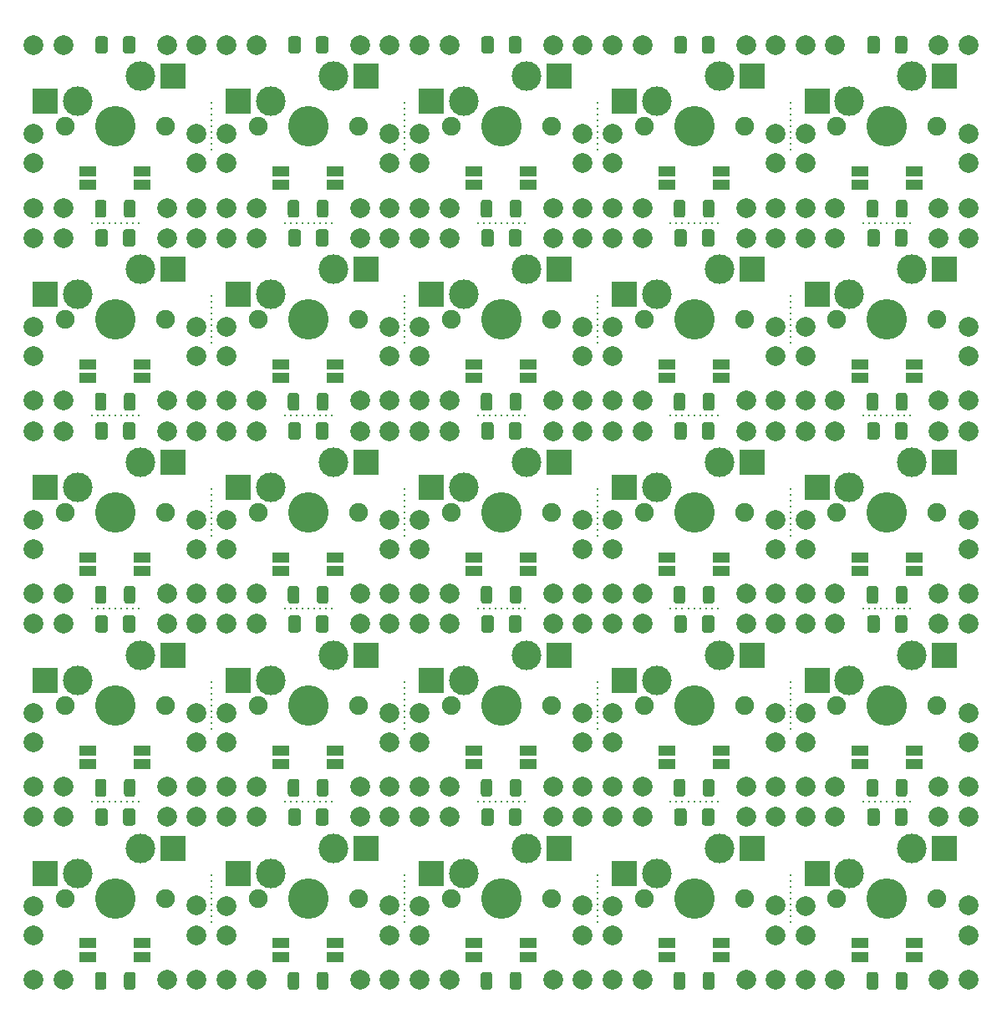
<source format=gbr>
%TF.GenerationSoftware,KiCad,Pcbnew,(5.1.9)-1*%
%TF.CreationDate,2021-03-09T21:07:52+01:00*%
%TF.ProjectId,cell,63656c6c-2e6b-4696-9361-645f70636258,rev?*%
%TF.SameCoordinates,Original*%
%TF.FileFunction,Soldermask,Bot*%
%TF.FilePolarity,Negative*%
%FSLAX46Y46*%
G04 Gerber Fmt 4.6, Leading zero omitted, Abs format (unit mm)*
G04 Created by KiCad (PCBNEW (5.1.9)-1) date 2021-03-09 21:07:52*
%MOMM*%
%LPD*%
G01*
G04 APERTURE LIST*
%ADD10C,0.300000*%
%ADD11C,1.998980*%
%ADD12R,1.700000X1.000000*%
%ADD13C,3.000000*%
%ADD14R,2.550000X2.500000*%
%ADD15C,1.900000*%
%ADD16C,4.100000*%
G04 APERTURE END LIST*
D10*
%TO.C,REF\u002A\u002A*%
X176762500Y-146175000D03*
X175575000Y-146175000D03*
X177356250Y-146175000D03*
X176168750Y-146175000D03*
X180325000Y-146175000D03*
X179731250Y-146175000D03*
X179137500Y-146175000D03*
X178543750Y-146175000D03*
X177950000Y-146175000D03*
%TD*%
%TO.C,REF\u002A\u002A*%
X157212500Y-146175000D03*
X156025000Y-146175000D03*
X157806250Y-146175000D03*
X156618750Y-146175000D03*
X160775000Y-146175000D03*
X160181250Y-146175000D03*
X159587500Y-146175000D03*
X158993750Y-146175000D03*
X158400000Y-146175000D03*
%TD*%
%TO.C,REF\u002A\u002A*%
X137662500Y-146175000D03*
X136475000Y-146175000D03*
X138256250Y-146175000D03*
X137068750Y-146175000D03*
X141225000Y-146175000D03*
X140631250Y-146175000D03*
X140037500Y-146175000D03*
X139443750Y-146175000D03*
X138850000Y-146175000D03*
%TD*%
%TO.C,REF\u002A\u002A*%
X118112500Y-146175000D03*
X116925000Y-146175000D03*
X118706250Y-146175000D03*
X117518750Y-146175000D03*
X121675000Y-146175000D03*
X121081250Y-146175000D03*
X120487500Y-146175000D03*
X119893750Y-146175000D03*
X119300000Y-146175000D03*
%TD*%
%TO.C,REF\u002A\u002A*%
X98562500Y-146175000D03*
X97375000Y-146175000D03*
X99156250Y-146175000D03*
X97968750Y-146175000D03*
X102125000Y-146175000D03*
X101531250Y-146175000D03*
X100937500Y-146175000D03*
X100343750Y-146175000D03*
X99750000Y-146175000D03*
%TD*%
%TO.C,REF\u002A\u002A*%
X176762500Y-126625000D03*
X175575000Y-126625000D03*
X177356250Y-126625000D03*
X176168750Y-126625000D03*
X180325000Y-126625000D03*
X179731250Y-126625000D03*
X179137500Y-126625000D03*
X178543750Y-126625000D03*
X177950000Y-126625000D03*
%TD*%
%TO.C,REF\u002A\u002A*%
X157212500Y-126625000D03*
X156025000Y-126625000D03*
X157806250Y-126625000D03*
X156618750Y-126625000D03*
X160775000Y-126625000D03*
X160181250Y-126625000D03*
X159587500Y-126625000D03*
X158993750Y-126625000D03*
X158400000Y-126625000D03*
%TD*%
%TO.C,REF\u002A\u002A*%
X137662500Y-126625000D03*
X136475000Y-126625000D03*
X138256250Y-126625000D03*
X137068750Y-126625000D03*
X141225000Y-126625000D03*
X140631250Y-126625000D03*
X140037500Y-126625000D03*
X139443750Y-126625000D03*
X138850000Y-126625000D03*
%TD*%
%TO.C,REF\u002A\u002A*%
X118112500Y-126625000D03*
X116925000Y-126625000D03*
X118706250Y-126625000D03*
X117518750Y-126625000D03*
X121675000Y-126625000D03*
X121081250Y-126625000D03*
X120487500Y-126625000D03*
X119893750Y-126625000D03*
X119300000Y-126625000D03*
%TD*%
%TO.C,REF\u002A\u002A*%
X98562500Y-126625000D03*
X97375000Y-126625000D03*
X99156250Y-126625000D03*
X97968750Y-126625000D03*
X102125000Y-126625000D03*
X101531250Y-126625000D03*
X100937500Y-126625000D03*
X100343750Y-126625000D03*
X99750000Y-126625000D03*
%TD*%
%TO.C,REF\u002A\u002A*%
X176762500Y-107075000D03*
X175575000Y-107075000D03*
X177356250Y-107075000D03*
X176168750Y-107075000D03*
X180325000Y-107075000D03*
X179731250Y-107075000D03*
X179137500Y-107075000D03*
X178543750Y-107075000D03*
X177950000Y-107075000D03*
%TD*%
%TO.C,REF\u002A\u002A*%
X157212500Y-107075000D03*
X156025000Y-107075000D03*
X157806250Y-107075000D03*
X156618750Y-107075000D03*
X160775000Y-107075000D03*
X160181250Y-107075000D03*
X159587500Y-107075000D03*
X158993750Y-107075000D03*
X158400000Y-107075000D03*
%TD*%
%TO.C,REF\u002A\u002A*%
X137662500Y-107075000D03*
X136475000Y-107075000D03*
X138256250Y-107075000D03*
X137068750Y-107075000D03*
X141225000Y-107075000D03*
X140631250Y-107075000D03*
X140037500Y-107075000D03*
X139443750Y-107075000D03*
X138850000Y-107075000D03*
%TD*%
%TO.C,REF\u002A\u002A*%
X118112500Y-107075000D03*
X116925000Y-107075000D03*
X118706250Y-107075000D03*
X117518750Y-107075000D03*
X121675000Y-107075000D03*
X121081250Y-107075000D03*
X120487500Y-107075000D03*
X119893750Y-107075000D03*
X119300000Y-107075000D03*
%TD*%
%TO.C,REF\u002A\u002A*%
X98562500Y-107075000D03*
X97375000Y-107075000D03*
X99156250Y-107075000D03*
X97968750Y-107075000D03*
X102125000Y-107075000D03*
X101531250Y-107075000D03*
X100937500Y-107075000D03*
X100343750Y-107075000D03*
X99750000Y-107075000D03*
%TD*%
%TO.C,REF\u002A\u002A*%
X176762500Y-87525000D03*
X175575000Y-87525000D03*
X177356250Y-87525000D03*
X176168750Y-87525000D03*
X180325000Y-87525000D03*
X179731250Y-87525000D03*
X179137500Y-87525000D03*
X178543750Y-87525000D03*
X177950000Y-87525000D03*
%TD*%
%TO.C,REF\u002A\u002A*%
X157212500Y-87525000D03*
X156025000Y-87525000D03*
X157806250Y-87525000D03*
X156618750Y-87525000D03*
X160775000Y-87525000D03*
X160181250Y-87525000D03*
X159587500Y-87525000D03*
X158993750Y-87525000D03*
X158400000Y-87525000D03*
%TD*%
%TO.C,REF\u002A\u002A*%
X137662500Y-87525000D03*
X136475000Y-87525000D03*
X138256250Y-87525000D03*
X137068750Y-87525000D03*
X141225000Y-87525000D03*
X140631250Y-87525000D03*
X140037500Y-87525000D03*
X139443750Y-87525000D03*
X138850000Y-87525000D03*
%TD*%
%TO.C,REF\u002A\u002A*%
X118112500Y-87525000D03*
X116925000Y-87525000D03*
X118706250Y-87525000D03*
X117518750Y-87525000D03*
X121675000Y-87525000D03*
X121081250Y-87525000D03*
X120487500Y-87525000D03*
X119893750Y-87525000D03*
X119300000Y-87525000D03*
%TD*%
%TO.C,REF\u002A\u002A*%
X168175000Y-157137500D03*
X168175000Y-158325000D03*
X168175000Y-156543750D03*
X168175000Y-157731250D03*
X168175000Y-153575000D03*
X168175000Y-154168750D03*
X168175000Y-154762500D03*
X168175000Y-155356250D03*
X168175000Y-155950000D03*
%TD*%
%TO.C,REF\u002A\u002A*%
X148625000Y-157137500D03*
X148625000Y-158325000D03*
X148625000Y-156543750D03*
X148625000Y-157731250D03*
X148625000Y-153575000D03*
X148625000Y-154168750D03*
X148625000Y-154762500D03*
X148625000Y-155356250D03*
X148625000Y-155950000D03*
%TD*%
%TO.C,REF\u002A\u002A*%
X129075000Y-157137500D03*
X129075000Y-158325000D03*
X129075000Y-156543750D03*
X129075000Y-157731250D03*
X129075000Y-153575000D03*
X129075000Y-154168750D03*
X129075000Y-154762500D03*
X129075000Y-155356250D03*
X129075000Y-155950000D03*
%TD*%
%TO.C,REF\u002A\u002A*%
X109525000Y-157137500D03*
X109525000Y-158325000D03*
X109525000Y-156543750D03*
X109525000Y-157731250D03*
X109525000Y-153575000D03*
X109525000Y-154168750D03*
X109525000Y-154762500D03*
X109525000Y-155356250D03*
X109525000Y-155950000D03*
%TD*%
%TO.C,REF\u002A\u002A*%
X168175000Y-137587500D03*
X168175000Y-138775000D03*
X168175000Y-136993750D03*
X168175000Y-138181250D03*
X168175000Y-134025000D03*
X168175000Y-134618750D03*
X168175000Y-135212500D03*
X168175000Y-135806250D03*
X168175000Y-136400000D03*
%TD*%
%TO.C,REF\u002A\u002A*%
X148625000Y-137587500D03*
X148625000Y-138775000D03*
X148625000Y-136993750D03*
X148625000Y-138181250D03*
X148625000Y-134025000D03*
X148625000Y-134618750D03*
X148625000Y-135212500D03*
X148625000Y-135806250D03*
X148625000Y-136400000D03*
%TD*%
%TO.C,REF\u002A\u002A*%
X129075000Y-137587500D03*
X129075000Y-138775000D03*
X129075000Y-136993750D03*
X129075000Y-138181250D03*
X129075000Y-134025000D03*
X129075000Y-134618750D03*
X129075000Y-135212500D03*
X129075000Y-135806250D03*
X129075000Y-136400000D03*
%TD*%
%TO.C,REF\u002A\u002A*%
X109525000Y-137587500D03*
X109525000Y-138775000D03*
X109525000Y-136993750D03*
X109525000Y-138181250D03*
X109525000Y-134025000D03*
X109525000Y-134618750D03*
X109525000Y-135212500D03*
X109525000Y-135806250D03*
X109525000Y-136400000D03*
%TD*%
%TO.C,REF\u002A\u002A*%
X168175000Y-118037500D03*
X168175000Y-119225000D03*
X168175000Y-117443750D03*
X168175000Y-118631250D03*
X168175000Y-114475000D03*
X168175000Y-115068750D03*
X168175000Y-115662500D03*
X168175000Y-116256250D03*
X168175000Y-116850000D03*
%TD*%
%TO.C,REF\u002A\u002A*%
X148625000Y-118037500D03*
X148625000Y-119225000D03*
X148625000Y-117443750D03*
X148625000Y-118631250D03*
X148625000Y-114475000D03*
X148625000Y-115068750D03*
X148625000Y-115662500D03*
X148625000Y-116256250D03*
X148625000Y-116850000D03*
%TD*%
%TO.C,REF\u002A\u002A*%
X129075000Y-118037500D03*
X129075000Y-119225000D03*
X129075000Y-117443750D03*
X129075000Y-118631250D03*
X129075000Y-114475000D03*
X129075000Y-115068750D03*
X129075000Y-115662500D03*
X129075000Y-116256250D03*
X129075000Y-116850000D03*
%TD*%
%TO.C,REF\u002A\u002A*%
X109525000Y-118037500D03*
X109525000Y-119225000D03*
X109525000Y-117443750D03*
X109525000Y-118631250D03*
X109525000Y-114475000D03*
X109525000Y-115068750D03*
X109525000Y-115662500D03*
X109525000Y-116256250D03*
X109525000Y-116850000D03*
%TD*%
%TO.C,REF\u002A\u002A*%
X168175000Y-98487500D03*
X168175000Y-99675000D03*
X168175000Y-97893750D03*
X168175000Y-99081250D03*
X168175000Y-94925000D03*
X168175000Y-95518750D03*
X168175000Y-96112500D03*
X168175000Y-96706250D03*
X168175000Y-97300000D03*
%TD*%
%TO.C,REF\u002A\u002A*%
X148625000Y-98487500D03*
X148625000Y-99675000D03*
X148625000Y-97893750D03*
X148625000Y-99081250D03*
X148625000Y-94925000D03*
X148625000Y-95518750D03*
X148625000Y-96112500D03*
X148625000Y-96706250D03*
X148625000Y-97300000D03*
%TD*%
%TO.C,REF\u002A\u002A*%
X129075000Y-98487500D03*
X129075000Y-99675000D03*
X129075000Y-97893750D03*
X129075000Y-99081250D03*
X129075000Y-94925000D03*
X129075000Y-95518750D03*
X129075000Y-96112500D03*
X129075000Y-96706250D03*
X129075000Y-97300000D03*
%TD*%
%TO.C,REF\u002A\u002A*%
X109525000Y-98487500D03*
X109525000Y-99675000D03*
X109525000Y-97893750D03*
X109525000Y-99081250D03*
X109525000Y-94925000D03*
X109525000Y-95518750D03*
X109525000Y-96112500D03*
X109525000Y-96706250D03*
X109525000Y-97300000D03*
%TD*%
%TO.C,REF\u002A\u002A*%
X168175000Y-78937500D03*
X168175000Y-80125000D03*
X168175000Y-78343750D03*
X168175000Y-79531250D03*
X168175000Y-75375000D03*
X168175000Y-75968750D03*
X168175000Y-76562500D03*
X168175000Y-77156250D03*
X168175000Y-77750000D03*
%TD*%
%TO.C,REF\u002A\u002A*%
X148625000Y-78937500D03*
X148625000Y-80125000D03*
X148625000Y-78343750D03*
X148625000Y-79531250D03*
X148625000Y-75375000D03*
X148625000Y-75968750D03*
X148625000Y-76562500D03*
X148625000Y-77156250D03*
X148625000Y-77750000D03*
%TD*%
%TO.C,REF\u002A\u002A*%
X129075000Y-78937500D03*
X129075000Y-80125000D03*
X129075000Y-78343750D03*
X129075000Y-79531250D03*
X129075000Y-75375000D03*
X129075000Y-75968750D03*
X129075000Y-76562500D03*
X129075000Y-77156250D03*
X129075000Y-77750000D03*
%TD*%
D11*
%TO.C,J10*%
X172700000Y-147700000D03*
%TD*%
%TO.C,J10*%
X153150000Y-147700000D03*
%TD*%
%TO.C,J10*%
X133600000Y-147700000D03*
%TD*%
%TO.C,J10*%
X114050000Y-147700000D03*
%TD*%
%TO.C,J10*%
X94500000Y-147700000D03*
%TD*%
%TO.C,J10*%
X172700000Y-128150000D03*
%TD*%
%TO.C,J10*%
X153150000Y-128150000D03*
%TD*%
%TO.C,J10*%
X133600000Y-128150000D03*
%TD*%
%TO.C,J10*%
X114050000Y-128150000D03*
%TD*%
%TO.C,J10*%
X94500000Y-128150000D03*
%TD*%
%TO.C,J10*%
X172700000Y-108600000D03*
%TD*%
%TO.C,J10*%
X153150000Y-108600000D03*
%TD*%
%TO.C,J10*%
X133600000Y-108600000D03*
%TD*%
%TO.C,J10*%
X114050000Y-108600000D03*
%TD*%
%TO.C,J10*%
X94500000Y-108600000D03*
%TD*%
%TO.C,J10*%
X172700000Y-89050000D03*
%TD*%
%TO.C,J10*%
X153150000Y-89050000D03*
%TD*%
%TO.C,J10*%
X133600000Y-89050000D03*
%TD*%
%TO.C,J10*%
X114050000Y-89050000D03*
%TD*%
%TO.C,J10*%
X94500000Y-89050000D03*
%TD*%
%TO.C,J10*%
X172700000Y-69500000D03*
%TD*%
%TO.C,J10*%
X153150000Y-69500000D03*
%TD*%
%TO.C,J10*%
X133600000Y-69500000D03*
%TD*%
%TO.C,J10*%
X114050000Y-69500000D03*
%TD*%
%TO.C,J9*%
X186200000Y-156686000D03*
%TD*%
%TO.C,J9*%
X166650000Y-156686000D03*
%TD*%
%TO.C,J9*%
X147100000Y-156686000D03*
%TD*%
%TO.C,J9*%
X127550000Y-156686000D03*
%TD*%
%TO.C,J9*%
X108000000Y-156686000D03*
%TD*%
%TO.C,J9*%
X186200000Y-137136000D03*
%TD*%
%TO.C,J9*%
X166650000Y-137136000D03*
%TD*%
%TO.C,J9*%
X147100000Y-137136000D03*
%TD*%
%TO.C,J9*%
X127550000Y-137136000D03*
%TD*%
%TO.C,J9*%
X108000000Y-137136000D03*
%TD*%
%TO.C,J9*%
X186200000Y-117586000D03*
%TD*%
%TO.C,J9*%
X166650000Y-117586000D03*
%TD*%
%TO.C,J9*%
X147100000Y-117586000D03*
%TD*%
%TO.C,J9*%
X127550000Y-117586000D03*
%TD*%
%TO.C,J9*%
X108000000Y-117586000D03*
%TD*%
%TO.C,J9*%
X186200000Y-98036000D03*
%TD*%
%TO.C,J9*%
X166650000Y-98036000D03*
%TD*%
%TO.C,J9*%
X147100000Y-98036000D03*
%TD*%
%TO.C,J9*%
X127550000Y-98036000D03*
%TD*%
%TO.C,J9*%
X108000000Y-98036000D03*
%TD*%
%TO.C,J9*%
X186200000Y-78486000D03*
%TD*%
%TO.C,J9*%
X166650000Y-78486000D03*
%TD*%
%TO.C,J9*%
X147100000Y-78486000D03*
%TD*%
%TO.C,J9*%
X127550000Y-78486000D03*
%TD*%
%TO.C,J5*%
X183200000Y-164200000D03*
%TD*%
%TO.C,J5*%
X163650000Y-164200000D03*
%TD*%
%TO.C,J5*%
X144100000Y-164200000D03*
%TD*%
%TO.C,J5*%
X124550000Y-164200000D03*
%TD*%
%TO.C,J5*%
X105000000Y-164200000D03*
%TD*%
%TO.C,J5*%
X183200000Y-144650000D03*
%TD*%
%TO.C,J5*%
X163650000Y-144650000D03*
%TD*%
%TO.C,J5*%
X144100000Y-144650000D03*
%TD*%
%TO.C,J5*%
X124550000Y-144650000D03*
%TD*%
%TO.C,J5*%
X105000000Y-144650000D03*
%TD*%
%TO.C,J5*%
X183200000Y-125100000D03*
%TD*%
%TO.C,J5*%
X163650000Y-125100000D03*
%TD*%
%TO.C,J5*%
X144100000Y-125100000D03*
%TD*%
%TO.C,J5*%
X124550000Y-125100000D03*
%TD*%
%TO.C,J5*%
X105000000Y-125100000D03*
%TD*%
%TO.C,J5*%
X183200000Y-105550000D03*
%TD*%
%TO.C,J5*%
X163650000Y-105550000D03*
%TD*%
%TO.C,J5*%
X144100000Y-105550000D03*
%TD*%
%TO.C,J5*%
X124550000Y-105550000D03*
%TD*%
%TO.C,J5*%
X105000000Y-105550000D03*
%TD*%
%TO.C,J5*%
X183200000Y-86000000D03*
%TD*%
%TO.C,J5*%
X163650000Y-86000000D03*
%TD*%
%TO.C,J5*%
X144100000Y-86000000D03*
%TD*%
%TO.C,J5*%
X124550000Y-86000000D03*
%TD*%
%TO.C,J4*%
X172700000Y-164200000D03*
%TD*%
%TO.C,J4*%
X153150000Y-164200000D03*
%TD*%
%TO.C,J4*%
X133600000Y-164200000D03*
%TD*%
%TO.C,J4*%
X114050000Y-164200000D03*
%TD*%
%TO.C,J4*%
X94500000Y-164200000D03*
%TD*%
%TO.C,J4*%
X172700000Y-144650000D03*
%TD*%
%TO.C,J4*%
X153150000Y-144650000D03*
%TD*%
%TO.C,J4*%
X133600000Y-144650000D03*
%TD*%
%TO.C,J4*%
X114050000Y-144650000D03*
%TD*%
%TO.C,J4*%
X94500000Y-144650000D03*
%TD*%
%TO.C,J4*%
X172700000Y-125100000D03*
%TD*%
%TO.C,J4*%
X153150000Y-125100000D03*
%TD*%
%TO.C,J4*%
X133600000Y-125100000D03*
%TD*%
%TO.C,J4*%
X114050000Y-125100000D03*
%TD*%
%TO.C,J4*%
X94500000Y-125100000D03*
%TD*%
%TO.C,J4*%
X172700000Y-105550000D03*
%TD*%
%TO.C,J4*%
X153150000Y-105550000D03*
%TD*%
%TO.C,J4*%
X133600000Y-105550000D03*
%TD*%
%TO.C,J4*%
X114050000Y-105550000D03*
%TD*%
%TO.C,J4*%
X94500000Y-105550000D03*
%TD*%
%TO.C,J4*%
X172700000Y-86000000D03*
%TD*%
%TO.C,J4*%
X153150000Y-86000000D03*
%TD*%
%TO.C,J4*%
X133600000Y-86000000D03*
%TD*%
%TO.C,J4*%
X114050000Y-86000000D03*
%TD*%
%TO.C,J3*%
X169700000Y-156700000D03*
%TD*%
%TO.C,J3*%
X150150000Y-156700000D03*
%TD*%
%TO.C,J3*%
X130600000Y-156700000D03*
%TD*%
%TO.C,J3*%
X111050000Y-156700000D03*
%TD*%
%TO.C,J3*%
X91500000Y-156700000D03*
%TD*%
%TO.C,J3*%
X169700000Y-137150000D03*
%TD*%
%TO.C,J3*%
X150150000Y-137150000D03*
%TD*%
%TO.C,J3*%
X130600000Y-137150000D03*
%TD*%
%TO.C,J3*%
X111050000Y-137150000D03*
%TD*%
%TO.C,J3*%
X91500000Y-137150000D03*
%TD*%
%TO.C,J3*%
X169700000Y-117600000D03*
%TD*%
%TO.C,J3*%
X150150000Y-117600000D03*
%TD*%
%TO.C,J3*%
X130600000Y-117600000D03*
%TD*%
%TO.C,J3*%
X111050000Y-117600000D03*
%TD*%
%TO.C,J3*%
X91500000Y-117600000D03*
%TD*%
%TO.C,J3*%
X169700000Y-98050000D03*
%TD*%
%TO.C,J3*%
X150150000Y-98050000D03*
%TD*%
%TO.C,J3*%
X130600000Y-98050000D03*
%TD*%
%TO.C,J3*%
X111050000Y-98050000D03*
%TD*%
%TO.C,J3*%
X91500000Y-98050000D03*
%TD*%
%TO.C,J3*%
X169700000Y-78500000D03*
%TD*%
%TO.C,J3*%
X150150000Y-78500000D03*
%TD*%
%TO.C,J3*%
X130600000Y-78500000D03*
%TD*%
%TO.C,J3*%
X111050000Y-78500000D03*
%TD*%
D12*
%TO.C,L1*%
X175200000Y-161900000D03*
X175200000Y-160500000D03*
X180700000Y-161900000D03*
X180700000Y-160500000D03*
%TD*%
%TO.C,L1*%
X155650000Y-161900000D03*
X155650000Y-160500000D03*
X161150000Y-161900000D03*
X161150000Y-160500000D03*
%TD*%
%TO.C,L1*%
X136100000Y-161900000D03*
X136100000Y-160500000D03*
X141600000Y-161900000D03*
X141600000Y-160500000D03*
%TD*%
%TO.C,L1*%
X116550000Y-161900000D03*
X116550000Y-160500000D03*
X122050000Y-161900000D03*
X122050000Y-160500000D03*
%TD*%
%TO.C,L1*%
X97000000Y-161900000D03*
X97000000Y-160500000D03*
X102500000Y-161900000D03*
X102500000Y-160500000D03*
%TD*%
%TO.C,L1*%
X175200000Y-142350000D03*
X175200000Y-140950000D03*
X180700000Y-142350000D03*
X180700000Y-140950000D03*
%TD*%
%TO.C,L1*%
X155650000Y-142350000D03*
X155650000Y-140950000D03*
X161150000Y-142350000D03*
X161150000Y-140950000D03*
%TD*%
%TO.C,L1*%
X136100000Y-142350000D03*
X136100000Y-140950000D03*
X141600000Y-142350000D03*
X141600000Y-140950000D03*
%TD*%
%TO.C,L1*%
X116550000Y-142350000D03*
X116550000Y-140950000D03*
X122050000Y-142350000D03*
X122050000Y-140950000D03*
%TD*%
%TO.C,L1*%
X97000000Y-142350000D03*
X97000000Y-140950000D03*
X102500000Y-142350000D03*
X102500000Y-140950000D03*
%TD*%
%TO.C,L1*%
X175200000Y-122800000D03*
X175200000Y-121400000D03*
X180700000Y-122800000D03*
X180700000Y-121400000D03*
%TD*%
%TO.C,L1*%
X155650000Y-122800000D03*
X155650000Y-121400000D03*
X161150000Y-122800000D03*
X161150000Y-121400000D03*
%TD*%
%TO.C,L1*%
X136100000Y-122800000D03*
X136100000Y-121400000D03*
X141600000Y-122800000D03*
X141600000Y-121400000D03*
%TD*%
%TO.C,L1*%
X116550000Y-122800000D03*
X116550000Y-121400000D03*
X122050000Y-122800000D03*
X122050000Y-121400000D03*
%TD*%
%TO.C,L1*%
X97000000Y-122800000D03*
X97000000Y-121400000D03*
X102500000Y-122800000D03*
X102500000Y-121400000D03*
%TD*%
%TO.C,L1*%
X175200000Y-103250000D03*
X175200000Y-101850000D03*
X180700000Y-103250000D03*
X180700000Y-101850000D03*
%TD*%
%TO.C,L1*%
X155650000Y-103250000D03*
X155650000Y-101850000D03*
X161150000Y-103250000D03*
X161150000Y-101850000D03*
%TD*%
%TO.C,L1*%
X136100000Y-103250000D03*
X136100000Y-101850000D03*
X141600000Y-103250000D03*
X141600000Y-101850000D03*
%TD*%
%TO.C,L1*%
X116550000Y-103250000D03*
X116550000Y-101850000D03*
X122050000Y-103250000D03*
X122050000Y-101850000D03*
%TD*%
%TO.C,L1*%
X97000000Y-103250000D03*
X97000000Y-101850000D03*
X102500000Y-103250000D03*
X102500000Y-101850000D03*
%TD*%
%TO.C,L1*%
X175200000Y-83700000D03*
X175200000Y-82300000D03*
X180700000Y-83700000D03*
X180700000Y-82300000D03*
%TD*%
%TO.C,L1*%
X155650000Y-83700000D03*
X155650000Y-82300000D03*
X161150000Y-83700000D03*
X161150000Y-82300000D03*
%TD*%
%TO.C,L1*%
X136100000Y-83700000D03*
X136100000Y-82300000D03*
X141600000Y-83700000D03*
X141600000Y-82300000D03*
%TD*%
%TO.C,L1*%
X116550000Y-83700000D03*
X116550000Y-82300000D03*
X122050000Y-83700000D03*
X122050000Y-82300000D03*
%TD*%
D11*
%TO.C,J6*%
X186200000Y-159700000D03*
%TD*%
%TO.C,J6*%
X166650000Y-159700000D03*
%TD*%
%TO.C,J6*%
X147100000Y-159700000D03*
%TD*%
%TO.C,J6*%
X127550000Y-159700000D03*
%TD*%
%TO.C,J6*%
X108000000Y-159700000D03*
%TD*%
%TO.C,J6*%
X186200000Y-140150000D03*
%TD*%
%TO.C,J6*%
X166650000Y-140150000D03*
%TD*%
%TO.C,J6*%
X147100000Y-140150000D03*
%TD*%
%TO.C,J6*%
X127550000Y-140150000D03*
%TD*%
%TO.C,J6*%
X108000000Y-140150000D03*
%TD*%
%TO.C,J6*%
X186200000Y-120600000D03*
%TD*%
%TO.C,J6*%
X166650000Y-120600000D03*
%TD*%
%TO.C,J6*%
X147100000Y-120600000D03*
%TD*%
%TO.C,J6*%
X127550000Y-120600000D03*
%TD*%
%TO.C,J6*%
X108000000Y-120600000D03*
%TD*%
%TO.C,J6*%
X186200000Y-101050000D03*
%TD*%
%TO.C,J6*%
X166650000Y-101050000D03*
%TD*%
%TO.C,J6*%
X147100000Y-101050000D03*
%TD*%
%TO.C,J6*%
X127550000Y-101050000D03*
%TD*%
%TO.C,J6*%
X108000000Y-101050000D03*
%TD*%
%TO.C,J6*%
X186200000Y-81500000D03*
%TD*%
%TO.C,J6*%
X166650000Y-81500000D03*
%TD*%
%TO.C,J6*%
X147100000Y-81500000D03*
%TD*%
%TO.C,J6*%
X127550000Y-81500000D03*
%TD*%
%TO.C,J2*%
X169700000Y-147700000D03*
%TD*%
%TO.C,J2*%
X150150000Y-147700000D03*
%TD*%
%TO.C,J2*%
X130600000Y-147700000D03*
%TD*%
%TO.C,J2*%
X111050000Y-147700000D03*
%TD*%
%TO.C,J2*%
X91500000Y-147700000D03*
%TD*%
%TO.C,J2*%
X169700000Y-128150000D03*
%TD*%
%TO.C,J2*%
X150150000Y-128150000D03*
%TD*%
%TO.C,J2*%
X130600000Y-128150000D03*
%TD*%
%TO.C,J2*%
X111050000Y-128150000D03*
%TD*%
%TO.C,J2*%
X91500000Y-128150000D03*
%TD*%
%TO.C,J2*%
X169700000Y-108600000D03*
%TD*%
%TO.C,J2*%
X150150000Y-108600000D03*
%TD*%
%TO.C,J2*%
X130600000Y-108600000D03*
%TD*%
%TO.C,J2*%
X111050000Y-108600000D03*
%TD*%
%TO.C,J2*%
X91500000Y-108600000D03*
%TD*%
%TO.C,J2*%
X169700000Y-89050000D03*
%TD*%
%TO.C,J2*%
X150150000Y-89050000D03*
%TD*%
%TO.C,J2*%
X130600000Y-89050000D03*
%TD*%
%TO.C,J2*%
X111050000Y-89050000D03*
%TD*%
%TO.C,J2*%
X91500000Y-89050000D03*
%TD*%
%TO.C,J2*%
X169700000Y-69500000D03*
%TD*%
%TO.C,J2*%
X150150000Y-69500000D03*
%TD*%
%TO.C,J2*%
X130600000Y-69500000D03*
%TD*%
%TO.C,J2*%
X111050000Y-69500000D03*
%TD*%
%TO.C,J1*%
X186200000Y-164200000D03*
%TD*%
%TO.C,J1*%
X166650000Y-164200000D03*
%TD*%
%TO.C,J1*%
X147100000Y-164200000D03*
%TD*%
%TO.C,J1*%
X127550000Y-164200000D03*
%TD*%
%TO.C,J1*%
X108000000Y-164200000D03*
%TD*%
%TO.C,J1*%
X186200000Y-144650000D03*
%TD*%
%TO.C,J1*%
X166650000Y-144650000D03*
%TD*%
%TO.C,J1*%
X147100000Y-144650000D03*
%TD*%
%TO.C,J1*%
X127550000Y-144650000D03*
%TD*%
%TO.C,J1*%
X108000000Y-144650000D03*
%TD*%
%TO.C,J1*%
X186200000Y-125100000D03*
%TD*%
%TO.C,J1*%
X166650000Y-125100000D03*
%TD*%
%TO.C,J1*%
X147100000Y-125100000D03*
%TD*%
%TO.C,J1*%
X127550000Y-125100000D03*
%TD*%
%TO.C,J1*%
X108000000Y-125100000D03*
%TD*%
%TO.C,J1*%
X186200000Y-105550000D03*
%TD*%
%TO.C,J1*%
X166650000Y-105550000D03*
%TD*%
%TO.C,J1*%
X147100000Y-105550000D03*
%TD*%
%TO.C,J1*%
X127550000Y-105550000D03*
%TD*%
%TO.C,J1*%
X108000000Y-105550000D03*
%TD*%
%TO.C,J1*%
X186200000Y-86000000D03*
%TD*%
%TO.C,J1*%
X166650000Y-86000000D03*
%TD*%
%TO.C,J1*%
X147100000Y-86000000D03*
%TD*%
%TO.C,J1*%
X127550000Y-86000000D03*
%TD*%
%TO.C,J7*%
X186200000Y-147700000D03*
%TD*%
%TO.C,J7*%
X166650000Y-147700000D03*
%TD*%
%TO.C,J7*%
X147100000Y-147700000D03*
%TD*%
%TO.C,J7*%
X127550000Y-147700000D03*
%TD*%
%TO.C,J7*%
X108000000Y-147700000D03*
%TD*%
%TO.C,J7*%
X186200000Y-128150000D03*
%TD*%
%TO.C,J7*%
X166650000Y-128150000D03*
%TD*%
%TO.C,J7*%
X147100000Y-128150000D03*
%TD*%
%TO.C,J7*%
X127550000Y-128150000D03*
%TD*%
%TO.C,J7*%
X108000000Y-128150000D03*
%TD*%
%TO.C,J7*%
X186200000Y-108600000D03*
%TD*%
%TO.C,J7*%
X166650000Y-108600000D03*
%TD*%
%TO.C,J7*%
X147100000Y-108600000D03*
%TD*%
%TO.C,J7*%
X127550000Y-108600000D03*
%TD*%
%TO.C,J7*%
X108000000Y-108600000D03*
%TD*%
%TO.C,J7*%
X186200000Y-89050000D03*
%TD*%
%TO.C,J7*%
X166650000Y-89050000D03*
%TD*%
%TO.C,J7*%
X147100000Y-89050000D03*
%TD*%
%TO.C,J7*%
X127550000Y-89050000D03*
%TD*%
%TO.C,J7*%
X108000000Y-89050000D03*
%TD*%
%TO.C,J7*%
X186200000Y-69500000D03*
%TD*%
%TO.C,J7*%
X166650000Y-69500000D03*
%TD*%
%TO.C,J7*%
X147100000Y-69500000D03*
%TD*%
%TO.C,J7*%
X127550000Y-69500000D03*
%TD*%
%TO.C,J11*%
X169700000Y-159700000D03*
%TD*%
%TO.C,J11*%
X150150000Y-159700000D03*
%TD*%
%TO.C,J11*%
X130600000Y-159700000D03*
%TD*%
%TO.C,J11*%
X111050000Y-159700000D03*
%TD*%
%TO.C,J11*%
X91500000Y-159700000D03*
%TD*%
%TO.C,J11*%
X169700000Y-140150000D03*
%TD*%
%TO.C,J11*%
X150150000Y-140150000D03*
%TD*%
%TO.C,J11*%
X130600000Y-140150000D03*
%TD*%
%TO.C,J11*%
X111050000Y-140150000D03*
%TD*%
%TO.C,J11*%
X91500000Y-140150000D03*
%TD*%
%TO.C,J11*%
X169700000Y-120600000D03*
%TD*%
%TO.C,J11*%
X150150000Y-120600000D03*
%TD*%
%TO.C,J11*%
X130600000Y-120600000D03*
%TD*%
%TO.C,J11*%
X111050000Y-120600000D03*
%TD*%
%TO.C,J11*%
X91500000Y-120600000D03*
%TD*%
%TO.C,J11*%
X169700000Y-101050000D03*
%TD*%
%TO.C,J11*%
X150150000Y-101050000D03*
%TD*%
%TO.C,J11*%
X130600000Y-101050000D03*
%TD*%
%TO.C,J11*%
X111050000Y-101050000D03*
%TD*%
%TO.C,J11*%
X91500000Y-101050000D03*
%TD*%
%TO.C,J11*%
X169700000Y-81500000D03*
%TD*%
%TO.C,J11*%
X150150000Y-81500000D03*
%TD*%
%TO.C,J11*%
X130600000Y-81500000D03*
%TD*%
%TO.C,J11*%
X111050000Y-81500000D03*
%TD*%
%TO.C,J8*%
X169700000Y-164200000D03*
%TD*%
%TO.C,J8*%
X150150000Y-164200000D03*
%TD*%
%TO.C,J8*%
X130600000Y-164200000D03*
%TD*%
%TO.C,J8*%
X111050000Y-164200000D03*
%TD*%
%TO.C,J8*%
X91500000Y-164200000D03*
%TD*%
%TO.C,J8*%
X169700000Y-144650000D03*
%TD*%
%TO.C,J8*%
X150150000Y-144650000D03*
%TD*%
%TO.C,J8*%
X130600000Y-144650000D03*
%TD*%
%TO.C,J8*%
X111050000Y-144650000D03*
%TD*%
%TO.C,J8*%
X91500000Y-144650000D03*
%TD*%
%TO.C,J8*%
X169700000Y-125100000D03*
%TD*%
%TO.C,J8*%
X150150000Y-125100000D03*
%TD*%
%TO.C,J8*%
X130600000Y-125100000D03*
%TD*%
%TO.C,J8*%
X111050000Y-125100000D03*
%TD*%
%TO.C,J8*%
X91500000Y-125100000D03*
%TD*%
%TO.C,J8*%
X169700000Y-105550000D03*
%TD*%
%TO.C,J8*%
X150150000Y-105550000D03*
%TD*%
%TO.C,J8*%
X130600000Y-105550000D03*
%TD*%
%TO.C,J8*%
X111050000Y-105550000D03*
%TD*%
%TO.C,J8*%
X91500000Y-105550000D03*
%TD*%
%TO.C,J8*%
X169700000Y-86000000D03*
%TD*%
%TO.C,J8*%
X150150000Y-86000000D03*
%TD*%
%TO.C,J8*%
X130600000Y-86000000D03*
%TD*%
%TO.C,J8*%
X111050000Y-86000000D03*
%TD*%
D13*
%TO.C,SW1*%
X180490000Y-150870000D03*
X174140000Y-153410000D03*
D14*
X183792000Y-150870000D03*
D15*
X172870000Y-155950000D03*
X183030000Y-155950000D03*
D16*
X177950000Y-155950000D03*
D14*
X170865000Y-153410000D03*
%TD*%
D13*
%TO.C,SW1*%
X160940000Y-150870000D03*
X154590000Y-153410000D03*
D14*
X164242000Y-150870000D03*
D15*
X153320000Y-155950000D03*
X163480000Y-155950000D03*
D16*
X158400000Y-155950000D03*
D14*
X151315000Y-153410000D03*
%TD*%
D13*
%TO.C,SW1*%
X141390000Y-150870000D03*
X135040000Y-153410000D03*
D14*
X144692000Y-150870000D03*
D15*
X133770000Y-155950000D03*
X143930000Y-155950000D03*
D16*
X138850000Y-155950000D03*
D14*
X131765000Y-153410000D03*
%TD*%
D13*
%TO.C,SW1*%
X121840000Y-150870000D03*
X115490000Y-153410000D03*
D14*
X125142000Y-150870000D03*
D15*
X114220000Y-155950000D03*
X124380000Y-155950000D03*
D16*
X119300000Y-155950000D03*
D14*
X112215000Y-153410000D03*
%TD*%
D13*
%TO.C,SW1*%
X102290000Y-150870000D03*
X95940000Y-153410000D03*
D14*
X105592000Y-150870000D03*
D15*
X94670000Y-155950000D03*
X104830000Y-155950000D03*
D16*
X99750000Y-155950000D03*
D14*
X92665000Y-153410000D03*
%TD*%
D13*
%TO.C,SW1*%
X180490000Y-131320000D03*
X174140000Y-133860000D03*
D14*
X183792000Y-131320000D03*
D15*
X172870000Y-136400000D03*
X183030000Y-136400000D03*
D16*
X177950000Y-136400000D03*
D14*
X170865000Y-133860000D03*
%TD*%
D13*
%TO.C,SW1*%
X160940000Y-131320000D03*
X154590000Y-133860000D03*
D14*
X164242000Y-131320000D03*
D15*
X153320000Y-136400000D03*
X163480000Y-136400000D03*
D16*
X158400000Y-136400000D03*
D14*
X151315000Y-133860000D03*
%TD*%
D13*
%TO.C,SW1*%
X141390000Y-131320000D03*
X135040000Y-133860000D03*
D14*
X144692000Y-131320000D03*
D15*
X133770000Y-136400000D03*
X143930000Y-136400000D03*
D16*
X138850000Y-136400000D03*
D14*
X131765000Y-133860000D03*
%TD*%
D13*
%TO.C,SW1*%
X121840000Y-131320000D03*
X115490000Y-133860000D03*
D14*
X125142000Y-131320000D03*
D15*
X114220000Y-136400000D03*
X124380000Y-136400000D03*
D16*
X119300000Y-136400000D03*
D14*
X112215000Y-133860000D03*
%TD*%
D13*
%TO.C,SW1*%
X102290000Y-131320000D03*
X95940000Y-133860000D03*
D14*
X105592000Y-131320000D03*
D15*
X94670000Y-136400000D03*
X104830000Y-136400000D03*
D16*
X99750000Y-136400000D03*
D14*
X92665000Y-133860000D03*
%TD*%
D13*
%TO.C,SW1*%
X180490000Y-111770000D03*
X174140000Y-114310000D03*
D14*
X183792000Y-111770000D03*
D15*
X172870000Y-116850000D03*
X183030000Y-116850000D03*
D16*
X177950000Y-116850000D03*
D14*
X170865000Y-114310000D03*
%TD*%
D13*
%TO.C,SW1*%
X160940000Y-111770000D03*
X154590000Y-114310000D03*
D14*
X164242000Y-111770000D03*
D15*
X153320000Y-116850000D03*
X163480000Y-116850000D03*
D16*
X158400000Y-116850000D03*
D14*
X151315000Y-114310000D03*
%TD*%
D13*
%TO.C,SW1*%
X141390000Y-111770000D03*
X135040000Y-114310000D03*
D14*
X144692000Y-111770000D03*
D15*
X133770000Y-116850000D03*
X143930000Y-116850000D03*
D16*
X138850000Y-116850000D03*
D14*
X131765000Y-114310000D03*
%TD*%
D13*
%TO.C,SW1*%
X121840000Y-111770000D03*
X115490000Y-114310000D03*
D14*
X125142000Y-111770000D03*
D15*
X114220000Y-116850000D03*
X124380000Y-116850000D03*
D16*
X119300000Y-116850000D03*
D14*
X112215000Y-114310000D03*
%TD*%
D13*
%TO.C,SW1*%
X102290000Y-111770000D03*
X95940000Y-114310000D03*
D14*
X105592000Y-111770000D03*
D15*
X94670000Y-116850000D03*
X104830000Y-116850000D03*
D16*
X99750000Y-116850000D03*
D14*
X92665000Y-114310000D03*
%TD*%
D13*
%TO.C,SW1*%
X180490000Y-92220000D03*
X174140000Y-94760000D03*
D14*
X183792000Y-92220000D03*
D15*
X172870000Y-97300000D03*
X183030000Y-97300000D03*
D16*
X177950000Y-97300000D03*
D14*
X170865000Y-94760000D03*
%TD*%
D13*
%TO.C,SW1*%
X160940000Y-92220000D03*
X154590000Y-94760000D03*
D14*
X164242000Y-92220000D03*
D15*
X153320000Y-97300000D03*
X163480000Y-97300000D03*
D16*
X158400000Y-97300000D03*
D14*
X151315000Y-94760000D03*
%TD*%
D13*
%TO.C,SW1*%
X141390000Y-92220000D03*
X135040000Y-94760000D03*
D14*
X144692000Y-92220000D03*
D15*
X133770000Y-97300000D03*
X143930000Y-97300000D03*
D16*
X138850000Y-97300000D03*
D14*
X131765000Y-94760000D03*
%TD*%
D13*
%TO.C,SW1*%
X121840000Y-92220000D03*
X115490000Y-94760000D03*
D14*
X125142000Y-92220000D03*
D15*
X114220000Y-97300000D03*
X124380000Y-97300000D03*
D16*
X119300000Y-97300000D03*
D14*
X112215000Y-94760000D03*
%TD*%
D13*
%TO.C,SW1*%
X102290000Y-92220000D03*
X95940000Y-94760000D03*
D14*
X105592000Y-92220000D03*
D15*
X94670000Y-97300000D03*
X104830000Y-97300000D03*
D16*
X99750000Y-97300000D03*
D14*
X92665000Y-94760000D03*
%TD*%
D13*
%TO.C,SW1*%
X180490000Y-72670000D03*
X174140000Y-75210000D03*
D14*
X183792000Y-72670000D03*
D15*
X172870000Y-77750000D03*
X183030000Y-77750000D03*
D16*
X177950000Y-77750000D03*
D14*
X170865000Y-75210000D03*
%TD*%
D13*
%TO.C,SW1*%
X160940000Y-72670000D03*
X154590000Y-75210000D03*
D14*
X164242000Y-72670000D03*
D15*
X153320000Y-77750000D03*
X163480000Y-77750000D03*
D16*
X158400000Y-77750000D03*
D14*
X151315000Y-75210000D03*
%TD*%
D13*
%TO.C,SW1*%
X141390000Y-72670000D03*
X135040000Y-75210000D03*
D14*
X144692000Y-72670000D03*
D15*
X133770000Y-77750000D03*
X143930000Y-77750000D03*
D16*
X138850000Y-77750000D03*
D14*
X131765000Y-75210000D03*
%TD*%
D13*
%TO.C,SW1*%
X121840000Y-72670000D03*
X115490000Y-75210000D03*
D14*
X125142000Y-72670000D03*
D15*
X114220000Y-77750000D03*
X124380000Y-77750000D03*
D16*
X119300000Y-77750000D03*
D14*
X112215000Y-75210000D03*
%TD*%
%TO.C,D1*%
G36*
G01*
X178750000Y-148325000D02*
X178750000Y-147075000D01*
G75*
G02*
X179000000Y-146825000I250000J0D01*
G01*
X179750000Y-146825000D01*
G75*
G02*
X180000000Y-147075000I0J-250000D01*
G01*
X180000000Y-148325000D01*
G75*
G02*
X179750000Y-148575000I-250000J0D01*
G01*
X179000000Y-148575000D01*
G75*
G02*
X178750000Y-148325000I0J250000D01*
G01*
G37*
G36*
G01*
X175950000Y-148325000D02*
X175950000Y-147075000D01*
G75*
G02*
X176200000Y-146825000I250000J0D01*
G01*
X176950000Y-146825000D01*
G75*
G02*
X177200000Y-147075000I0J-250000D01*
G01*
X177200000Y-148325000D01*
G75*
G02*
X176950000Y-148575000I-250000J0D01*
G01*
X176200000Y-148575000D01*
G75*
G02*
X175950000Y-148325000I0J250000D01*
G01*
G37*
%TD*%
%TO.C,D1*%
G36*
G01*
X159200000Y-148325000D02*
X159200000Y-147075000D01*
G75*
G02*
X159450000Y-146825000I250000J0D01*
G01*
X160200000Y-146825000D01*
G75*
G02*
X160450000Y-147075000I0J-250000D01*
G01*
X160450000Y-148325000D01*
G75*
G02*
X160200000Y-148575000I-250000J0D01*
G01*
X159450000Y-148575000D01*
G75*
G02*
X159200000Y-148325000I0J250000D01*
G01*
G37*
G36*
G01*
X156400000Y-148325000D02*
X156400000Y-147075000D01*
G75*
G02*
X156650000Y-146825000I250000J0D01*
G01*
X157400000Y-146825000D01*
G75*
G02*
X157650000Y-147075000I0J-250000D01*
G01*
X157650000Y-148325000D01*
G75*
G02*
X157400000Y-148575000I-250000J0D01*
G01*
X156650000Y-148575000D01*
G75*
G02*
X156400000Y-148325000I0J250000D01*
G01*
G37*
%TD*%
%TO.C,D1*%
G36*
G01*
X139650000Y-148325000D02*
X139650000Y-147075000D01*
G75*
G02*
X139900000Y-146825000I250000J0D01*
G01*
X140650000Y-146825000D01*
G75*
G02*
X140900000Y-147075000I0J-250000D01*
G01*
X140900000Y-148325000D01*
G75*
G02*
X140650000Y-148575000I-250000J0D01*
G01*
X139900000Y-148575000D01*
G75*
G02*
X139650000Y-148325000I0J250000D01*
G01*
G37*
G36*
G01*
X136850000Y-148325000D02*
X136850000Y-147075000D01*
G75*
G02*
X137100000Y-146825000I250000J0D01*
G01*
X137850000Y-146825000D01*
G75*
G02*
X138100000Y-147075000I0J-250000D01*
G01*
X138100000Y-148325000D01*
G75*
G02*
X137850000Y-148575000I-250000J0D01*
G01*
X137100000Y-148575000D01*
G75*
G02*
X136850000Y-148325000I0J250000D01*
G01*
G37*
%TD*%
%TO.C,D1*%
G36*
G01*
X120100000Y-148325000D02*
X120100000Y-147075000D01*
G75*
G02*
X120350000Y-146825000I250000J0D01*
G01*
X121100000Y-146825000D01*
G75*
G02*
X121350000Y-147075000I0J-250000D01*
G01*
X121350000Y-148325000D01*
G75*
G02*
X121100000Y-148575000I-250000J0D01*
G01*
X120350000Y-148575000D01*
G75*
G02*
X120100000Y-148325000I0J250000D01*
G01*
G37*
G36*
G01*
X117300000Y-148325000D02*
X117300000Y-147075000D01*
G75*
G02*
X117550000Y-146825000I250000J0D01*
G01*
X118300000Y-146825000D01*
G75*
G02*
X118550000Y-147075000I0J-250000D01*
G01*
X118550000Y-148325000D01*
G75*
G02*
X118300000Y-148575000I-250000J0D01*
G01*
X117550000Y-148575000D01*
G75*
G02*
X117300000Y-148325000I0J250000D01*
G01*
G37*
%TD*%
%TO.C,D1*%
G36*
G01*
X100550000Y-148325000D02*
X100550000Y-147075000D01*
G75*
G02*
X100800000Y-146825000I250000J0D01*
G01*
X101550000Y-146825000D01*
G75*
G02*
X101800000Y-147075000I0J-250000D01*
G01*
X101800000Y-148325000D01*
G75*
G02*
X101550000Y-148575000I-250000J0D01*
G01*
X100800000Y-148575000D01*
G75*
G02*
X100550000Y-148325000I0J250000D01*
G01*
G37*
G36*
G01*
X97750000Y-148325000D02*
X97750000Y-147075000D01*
G75*
G02*
X98000000Y-146825000I250000J0D01*
G01*
X98750000Y-146825000D01*
G75*
G02*
X99000000Y-147075000I0J-250000D01*
G01*
X99000000Y-148325000D01*
G75*
G02*
X98750000Y-148575000I-250000J0D01*
G01*
X98000000Y-148575000D01*
G75*
G02*
X97750000Y-148325000I0J250000D01*
G01*
G37*
%TD*%
%TO.C,D1*%
G36*
G01*
X178750000Y-128775000D02*
X178750000Y-127525000D01*
G75*
G02*
X179000000Y-127275000I250000J0D01*
G01*
X179750000Y-127275000D01*
G75*
G02*
X180000000Y-127525000I0J-250000D01*
G01*
X180000000Y-128775000D01*
G75*
G02*
X179750000Y-129025000I-250000J0D01*
G01*
X179000000Y-129025000D01*
G75*
G02*
X178750000Y-128775000I0J250000D01*
G01*
G37*
G36*
G01*
X175950000Y-128775000D02*
X175950000Y-127525000D01*
G75*
G02*
X176200000Y-127275000I250000J0D01*
G01*
X176950000Y-127275000D01*
G75*
G02*
X177200000Y-127525000I0J-250000D01*
G01*
X177200000Y-128775000D01*
G75*
G02*
X176950000Y-129025000I-250000J0D01*
G01*
X176200000Y-129025000D01*
G75*
G02*
X175950000Y-128775000I0J250000D01*
G01*
G37*
%TD*%
%TO.C,D1*%
G36*
G01*
X159200000Y-128775000D02*
X159200000Y-127525000D01*
G75*
G02*
X159450000Y-127275000I250000J0D01*
G01*
X160200000Y-127275000D01*
G75*
G02*
X160450000Y-127525000I0J-250000D01*
G01*
X160450000Y-128775000D01*
G75*
G02*
X160200000Y-129025000I-250000J0D01*
G01*
X159450000Y-129025000D01*
G75*
G02*
X159200000Y-128775000I0J250000D01*
G01*
G37*
G36*
G01*
X156400000Y-128775000D02*
X156400000Y-127525000D01*
G75*
G02*
X156650000Y-127275000I250000J0D01*
G01*
X157400000Y-127275000D01*
G75*
G02*
X157650000Y-127525000I0J-250000D01*
G01*
X157650000Y-128775000D01*
G75*
G02*
X157400000Y-129025000I-250000J0D01*
G01*
X156650000Y-129025000D01*
G75*
G02*
X156400000Y-128775000I0J250000D01*
G01*
G37*
%TD*%
%TO.C,D1*%
G36*
G01*
X139650000Y-128775000D02*
X139650000Y-127525000D01*
G75*
G02*
X139900000Y-127275000I250000J0D01*
G01*
X140650000Y-127275000D01*
G75*
G02*
X140900000Y-127525000I0J-250000D01*
G01*
X140900000Y-128775000D01*
G75*
G02*
X140650000Y-129025000I-250000J0D01*
G01*
X139900000Y-129025000D01*
G75*
G02*
X139650000Y-128775000I0J250000D01*
G01*
G37*
G36*
G01*
X136850000Y-128775000D02*
X136850000Y-127525000D01*
G75*
G02*
X137100000Y-127275000I250000J0D01*
G01*
X137850000Y-127275000D01*
G75*
G02*
X138100000Y-127525000I0J-250000D01*
G01*
X138100000Y-128775000D01*
G75*
G02*
X137850000Y-129025000I-250000J0D01*
G01*
X137100000Y-129025000D01*
G75*
G02*
X136850000Y-128775000I0J250000D01*
G01*
G37*
%TD*%
%TO.C,D1*%
G36*
G01*
X120100000Y-128775000D02*
X120100000Y-127525000D01*
G75*
G02*
X120350000Y-127275000I250000J0D01*
G01*
X121100000Y-127275000D01*
G75*
G02*
X121350000Y-127525000I0J-250000D01*
G01*
X121350000Y-128775000D01*
G75*
G02*
X121100000Y-129025000I-250000J0D01*
G01*
X120350000Y-129025000D01*
G75*
G02*
X120100000Y-128775000I0J250000D01*
G01*
G37*
G36*
G01*
X117300000Y-128775000D02*
X117300000Y-127525000D01*
G75*
G02*
X117550000Y-127275000I250000J0D01*
G01*
X118300000Y-127275000D01*
G75*
G02*
X118550000Y-127525000I0J-250000D01*
G01*
X118550000Y-128775000D01*
G75*
G02*
X118300000Y-129025000I-250000J0D01*
G01*
X117550000Y-129025000D01*
G75*
G02*
X117300000Y-128775000I0J250000D01*
G01*
G37*
%TD*%
%TO.C,D1*%
G36*
G01*
X100550000Y-128775000D02*
X100550000Y-127525000D01*
G75*
G02*
X100800000Y-127275000I250000J0D01*
G01*
X101550000Y-127275000D01*
G75*
G02*
X101800000Y-127525000I0J-250000D01*
G01*
X101800000Y-128775000D01*
G75*
G02*
X101550000Y-129025000I-250000J0D01*
G01*
X100800000Y-129025000D01*
G75*
G02*
X100550000Y-128775000I0J250000D01*
G01*
G37*
G36*
G01*
X97750000Y-128775000D02*
X97750000Y-127525000D01*
G75*
G02*
X98000000Y-127275000I250000J0D01*
G01*
X98750000Y-127275000D01*
G75*
G02*
X99000000Y-127525000I0J-250000D01*
G01*
X99000000Y-128775000D01*
G75*
G02*
X98750000Y-129025000I-250000J0D01*
G01*
X98000000Y-129025000D01*
G75*
G02*
X97750000Y-128775000I0J250000D01*
G01*
G37*
%TD*%
%TO.C,D1*%
G36*
G01*
X178750000Y-109225000D02*
X178750000Y-107975000D01*
G75*
G02*
X179000000Y-107725000I250000J0D01*
G01*
X179750000Y-107725000D01*
G75*
G02*
X180000000Y-107975000I0J-250000D01*
G01*
X180000000Y-109225000D01*
G75*
G02*
X179750000Y-109475000I-250000J0D01*
G01*
X179000000Y-109475000D01*
G75*
G02*
X178750000Y-109225000I0J250000D01*
G01*
G37*
G36*
G01*
X175950000Y-109225000D02*
X175950000Y-107975000D01*
G75*
G02*
X176200000Y-107725000I250000J0D01*
G01*
X176950000Y-107725000D01*
G75*
G02*
X177200000Y-107975000I0J-250000D01*
G01*
X177200000Y-109225000D01*
G75*
G02*
X176950000Y-109475000I-250000J0D01*
G01*
X176200000Y-109475000D01*
G75*
G02*
X175950000Y-109225000I0J250000D01*
G01*
G37*
%TD*%
%TO.C,D1*%
G36*
G01*
X159200000Y-109225000D02*
X159200000Y-107975000D01*
G75*
G02*
X159450000Y-107725000I250000J0D01*
G01*
X160200000Y-107725000D01*
G75*
G02*
X160450000Y-107975000I0J-250000D01*
G01*
X160450000Y-109225000D01*
G75*
G02*
X160200000Y-109475000I-250000J0D01*
G01*
X159450000Y-109475000D01*
G75*
G02*
X159200000Y-109225000I0J250000D01*
G01*
G37*
G36*
G01*
X156400000Y-109225000D02*
X156400000Y-107975000D01*
G75*
G02*
X156650000Y-107725000I250000J0D01*
G01*
X157400000Y-107725000D01*
G75*
G02*
X157650000Y-107975000I0J-250000D01*
G01*
X157650000Y-109225000D01*
G75*
G02*
X157400000Y-109475000I-250000J0D01*
G01*
X156650000Y-109475000D01*
G75*
G02*
X156400000Y-109225000I0J250000D01*
G01*
G37*
%TD*%
%TO.C,D1*%
G36*
G01*
X139650000Y-109225000D02*
X139650000Y-107975000D01*
G75*
G02*
X139900000Y-107725000I250000J0D01*
G01*
X140650000Y-107725000D01*
G75*
G02*
X140900000Y-107975000I0J-250000D01*
G01*
X140900000Y-109225000D01*
G75*
G02*
X140650000Y-109475000I-250000J0D01*
G01*
X139900000Y-109475000D01*
G75*
G02*
X139650000Y-109225000I0J250000D01*
G01*
G37*
G36*
G01*
X136850000Y-109225000D02*
X136850000Y-107975000D01*
G75*
G02*
X137100000Y-107725000I250000J0D01*
G01*
X137850000Y-107725000D01*
G75*
G02*
X138100000Y-107975000I0J-250000D01*
G01*
X138100000Y-109225000D01*
G75*
G02*
X137850000Y-109475000I-250000J0D01*
G01*
X137100000Y-109475000D01*
G75*
G02*
X136850000Y-109225000I0J250000D01*
G01*
G37*
%TD*%
%TO.C,D1*%
G36*
G01*
X120100000Y-109225000D02*
X120100000Y-107975000D01*
G75*
G02*
X120350000Y-107725000I250000J0D01*
G01*
X121100000Y-107725000D01*
G75*
G02*
X121350000Y-107975000I0J-250000D01*
G01*
X121350000Y-109225000D01*
G75*
G02*
X121100000Y-109475000I-250000J0D01*
G01*
X120350000Y-109475000D01*
G75*
G02*
X120100000Y-109225000I0J250000D01*
G01*
G37*
G36*
G01*
X117300000Y-109225000D02*
X117300000Y-107975000D01*
G75*
G02*
X117550000Y-107725000I250000J0D01*
G01*
X118300000Y-107725000D01*
G75*
G02*
X118550000Y-107975000I0J-250000D01*
G01*
X118550000Y-109225000D01*
G75*
G02*
X118300000Y-109475000I-250000J0D01*
G01*
X117550000Y-109475000D01*
G75*
G02*
X117300000Y-109225000I0J250000D01*
G01*
G37*
%TD*%
%TO.C,D1*%
G36*
G01*
X100550000Y-109225000D02*
X100550000Y-107975000D01*
G75*
G02*
X100800000Y-107725000I250000J0D01*
G01*
X101550000Y-107725000D01*
G75*
G02*
X101800000Y-107975000I0J-250000D01*
G01*
X101800000Y-109225000D01*
G75*
G02*
X101550000Y-109475000I-250000J0D01*
G01*
X100800000Y-109475000D01*
G75*
G02*
X100550000Y-109225000I0J250000D01*
G01*
G37*
G36*
G01*
X97750000Y-109225000D02*
X97750000Y-107975000D01*
G75*
G02*
X98000000Y-107725000I250000J0D01*
G01*
X98750000Y-107725000D01*
G75*
G02*
X99000000Y-107975000I0J-250000D01*
G01*
X99000000Y-109225000D01*
G75*
G02*
X98750000Y-109475000I-250000J0D01*
G01*
X98000000Y-109475000D01*
G75*
G02*
X97750000Y-109225000I0J250000D01*
G01*
G37*
%TD*%
%TO.C,D1*%
G36*
G01*
X178750000Y-89675000D02*
X178750000Y-88425000D01*
G75*
G02*
X179000000Y-88175000I250000J0D01*
G01*
X179750000Y-88175000D01*
G75*
G02*
X180000000Y-88425000I0J-250000D01*
G01*
X180000000Y-89675000D01*
G75*
G02*
X179750000Y-89925000I-250000J0D01*
G01*
X179000000Y-89925000D01*
G75*
G02*
X178750000Y-89675000I0J250000D01*
G01*
G37*
G36*
G01*
X175950000Y-89675000D02*
X175950000Y-88425000D01*
G75*
G02*
X176200000Y-88175000I250000J0D01*
G01*
X176950000Y-88175000D01*
G75*
G02*
X177200000Y-88425000I0J-250000D01*
G01*
X177200000Y-89675000D01*
G75*
G02*
X176950000Y-89925000I-250000J0D01*
G01*
X176200000Y-89925000D01*
G75*
G02*
X175950000Y-89675000I0J250000D01*
G01*
G37*
%TD*%
%TO.C,D1*%
G36*
G01*
X159200000Y-89675000D02*
X159200000Y-88425000D01*
G75*
G02*
X159450000Y-88175000I250000J0D01*
G01*
X160200000Y-88175000D01*
G75*
G02*
X160450000Y-88425000I0J-250000D01*
G01*
X160450000Y-89675000D01*
G75*
G02*
X160200000Y-89925000I-250000J0D01*
G01*
X159450000Y-89925000D01*
G75*
G02*
X159200000Y-89675000I0J250000D01*
G01*
G37*
G36*
G01*
X156400000Y-89675000D02*
X156400000Y-88425000D01*
G75*
G02*
X156650000Y-88175000I250000J0D01*
G01*
X157400000Y-88175000D01*
G75*
G02*
X157650000Y-88425000I0J-250000D01*
G01*
X157650000Y-89675000D01*
G75*
G02*
X157400000Y-89925000I-250000J0D01*
G01*
X156650000Y-89925000D01*
G75*
G02*
X156400000Y-89675000I0J250000D01*
G01*
G37*
%TD*%
%TO.C,D1*%
G36*
G01*
X139650000Y-89675000D02*
X139650000Y-88425000D01*
G75*
G02*
X139900000Y-88175000I250000J0D01*
G01*
X140650000Y-88175000D01*
G75*
G02*
X140900000Y-88425000I0J-250000D01*
G01*
X140900000Y-89675000D01*
G75*
G02*
X140650000Y-89925000I-250000J0D01*
G01*
X139900000Y-89925000D01*
G75*
G02*
X139650000Y-89675000I0J250000D01*
G01*
G37*
G36*
G01*
X136850000Y-89675000D02*
X136850000Y-88425000D01*
G75*
G02*
X137100000Y-88175000I250000J0D01*
G01*
X137850000Y-88175000D01*
G75*
G02*
X138100000Y-88425000I0J-250000D01*
G01*
X138100000Y-89675000D01*
G75*
G02*
X137850000Y-89925000I-250000J0D01*
G01*
X137100000Y-89925000D01*
G75*
G02*
X136850000Y-89675000I0J250000D01*
G01*
G37*
%TD*%
%TO.C,D1*%
G36*
G01*
X120100000Y-89675000D02*
X120100000Y-88425000D01*
G75*
G02*
X120350000Y-88175000I250000J0D01*
G01*
X121100000Y-88175000D01*
G75*
G02*
X121350000Y-88425000I0J-250000D01*
G01*
X121350000Y-89675000D01*
G75*
G02*
X121100000Y-89925000I-250000J0D01*
G01*
X120350000Y-89925000D01*
G75*
G02*
X120100000Y-89675000I0J250000D01*
G01*
G37*
G36*
G01*
X117300000Y-89675000D02*
X117300000Y-88425000D01*
G75*
G02*
X117550000Y-88175000I250000J0D01*
G01*
X118300000Y-88175000D01*
G75*
G02*
X118550000Y-88425000I0J-250000D01*
G01*
X118550000Y-89675000D01*
G75*
G02*
X118300000Y-89925000I-250000J0D01*
G01*
X117550000Y-89925000D01*
G75*
G02*
X117300000Y-89675000I0J250000D01*
G01*
G37*
%TD*%
%TO.C,D1*%
G36*
G01*
X100550000Y-89675000D02*
X100550000Y-88425000D01*
G75*
G02*
X100800000Y-88175000I250000J0D01*
G01*
X101550000Y-88175000D01*
G75*
G02*
X101800000Y-88425000I0J-250000D01*
G01*
X101800000Y-89675000D01*
G75*
G02*
X101550000Y-89925000I-250000J0D01*
G01*
X100800000Y-89925000D01*
G75*
G02*
X100550000Y-89675000I0J250000D01*
G01*
G37*
G36*
G01*
X97750000Y-89675000D02*
X97750000Y-88425000D01*
G75*
G02*
X98000000Y-88175000I250000J0D01*
G01*
X98750000Y-88175000D01*
G75*
G02*
X99000000Y-88425000I0J-250000D01*
G01*
X99000000Y-89675000D01*
G75*
G02*
X98750000Y-89925000I-250000J0D01*
G01*
X98000000Y-89925000D01*
G75*
G02*
X97750000Y-89675000I0J250000D01*
G01*
G37*
%TD*%
%TO.C,D1*%
G36*
G01*
X178750000Y-70125000D02*
X178750000Y-68875000D01*
G75*
G02*
X179000000Y-68625000I250000J0D01*
G01*
X179750000Y-68625000D01*
G75*
G02*
X180000000Y-68875000I0J-250000D01*
G01*
X180000000Y-70125000D01*
G75*
G02*
X179750000Y-70375000I-250000J0D01*
G01*
X179000000Y-70375000D01*
G75*
G02*
X178750000Y-70125000I0J250000D01*
G01*
G37*
G36*
G01*
X175950000Y-70125000D02*
X175950000Y-68875000D01*
G75*
G02*
X176200000Y-68625000I250000J0D01*
G01*
X176950000Y-68625000D01*
G75*
G02*
X177200000Y-68875000I0J-250000D01*
G01*
X177200000Y-70125000D01*
G75*
G02*
X176950000Y-70375000I-250000J0D01*
G01*
X176200000Y-70375000D01*
G75*
G02*
X175950000Y-70125000I0J250000D01*
G01*
G37*
%TD*%
%TO.C,D1*%
G36*
G01*
X159200000Y-70125000D02*
X159200000Y-68875000D01*
G75*
G02*
X159450000Y-68625000I250000J0D01*
G01*
X160200000Y-68625000D01*
G75*
G02*
X160450000Y-68875000I0J-250000D01*
G01*
X160450000Y-70125000D01*
G75*
G02*
X160200000Y-70375000I-250000J0D01*
G01*
X159450000Y-70375000D01*
G75*
G02*
X159200000Y-70125000I0J250000D01*
G01*
G37*
G36*
G01*
X156400000Y-70125000D02*
X156400000Y-68875000D01*
G75*
G02*
X156650000Y-68625000I250000J0D01*
G01*
X157400000Y-68625000D01*
G75*
G02*
X157650000Y-68875000I0J-250000D01*
G01*
X157650000Y-70125000D01*
G75*
G02*
X157400000Y-70375000I-250000J0D01*
G01*
X156650000Y-70375000D01*
G75*
G02*
X156400000Y-70125000I0J250000D01*
G01*
G37*
%TD*%
%TO.C,D1*%
G36*
G01*
X139650000Y-70125000D02*
X139650000Y-68875000D01*
G75*
G02*
X139900000Y-68625000I250000J0D01*
G01*
X140650000Y-68625000D01*
G75*
G02*
X140900000Y-68875000I0J-250000D01*
G01*
X140900000Y-70125000D01*
G75*
G02*
X140650000Y-70375000I-250000J0D01*
G01*
X139900000Y-70375000D01*
G75*
G02*
X139650000Y-70125000I0J250000D01*
G01*
G37*
G36*
G01*
X136850000Y-70125000D02*
X136850000Y-68875000D01*
G75*
G02*
X137100000Y-68625000I250000J0D01*
G01*
X137850000Y-68625000D01*
G75*
G02*
X138100000Y-68875000I0J-250000D01*
G01*
X138100000Y-70125000D01*
G75*
G02*
X137850000Y-70375000I-250000J0D01*
G01*
X137100000Y-70375000D01*
G75*
G02*
X136850000Y-70125000I0J250000D01*
G01*
G37*
%TD*%
%TO.C,D1*%
G36*
G01*
X120100000Y-70125000D02*
X120100000Y-68875000D01*
G75*
G02*
X120350000Y-68625000I250000J0D01*
G01*
X121100000Y-68625000D01*
G75*
G02*
X121350000Y-68875000I0J-250000D01*
G01*
X121350000Y-70125000D01*
G75*
G02*
X121100000Y-70375000I-250000J0D01*
G01*
X120350000Y-70375000D01*
G75*
G02*
X120100000Y-70125000I0J250000D01*
G01*
G37*
G36*
G01*
X117300000Y-70125000D02*
X117300000Y-68875000D01*
G75*
G02*
X117550000Y-68625000I250000J0D01*
G01*
X118300000Y-68625000D01*
G75*
G02*
X118550000Y-68875000I0J-250000D01*
G01*
X118550000Y-70125000D01*
G75*
G02*
X118300000Y-70375000I-250000J0D01*
G01*
X117550000Y-70375000D01*
G75*
G02*
X117300000Y-70125000I0J250000D01*
G01*
G37*
%TD*%
D11*
%TO.C,J12*%
X183200000Y-147700000D03*
%TD*%
%TO.C,J12*%
X163650000Y-147700000D03*
%TD*%
%TO.C,J12*%
X144100000Y-147700000D03*
%TD*%
%TO.C,J12*%
X124550000Y-147700000D03*
%TD*%
%TO.C,J12*%
X105000000Y-147700000D03*
%TD*%
%TO.C,J12*%
X183200000Y-128150000D03*
%TD*%
%TO.C,J12*%
X163650000Y-128150000D03*
%TD*%
%TO.C,J12*%
X144100000Y-128150000D03*
%TD*%
%TO.C,J12*%
X124550000Y-128150000D03*
%TD*%
%TO.C,J12*%
X105000000Y-128150000D03*
%TD*%
%TO.C,J12*%
X183200000Y-108600000D03*
%TD*%
%TO.C,J12*%
X163650000Y-108600000D03*
%TD*%
%TO.C,J12*%
X144100000Y-108600000D03*
%TD*%
%TO.C,J12*%
X124550000Y-108600000D03*
%TD*%
%TO.C,J12*%
X105000000Y-108600000D03*
%TD*%
%TO.C,J12*%
X183200000Y-89050000D03*
%TD*%
%TO.C,J12*%
X163650000Y-89050000D03*
%TD*%
%TO.C,J12*%
X144100000Y-89050000D03*
%TD*%
%TO.C,J12*%
X124550000Y-89050000D03*
%TD*%
%TO.C,J12*%
X105000000Y-89050000D03*
%TD*%
%TO.C,J12*%
X183200000Y-69500000D03*
%TD*%
%TO.C,J12*%
X163650000Y-69500000D03*
%TD*%
%TO.C,J12*%
X144100000Y-69500000D03*
%TD*%
%TO.C,J12*%
X124550000Y-69500000D03*
%TD*%
%TO.C,C1*%
G36*
G01*
X180000000Y-163649999D02*
X180000000Y-164950001D01*
G75*
G02*
X179750001Y-165200000I-249999J0D01*
G01*
X179099999Y-165200000D01*
G75*
G02*
X178850000Y-164950001I0J249999D01*
G01*
X178850000Y-163649999D01*
G75*
G02*
X179099999Y-163400000I249999J0D01*
G01*
X179750001Y-163400000D01*
G75*
G02*
X180000000Y-163649999I0J-249999D01*
G01*
G37*
G36*
G01*
X177050000Y-163649999D02*
X177050000Y-164950001D01*
G75*
G02*
X176800001Y-165200000I-249999J0D01*
G01*
X176149999Y-165200000D01*
G75*
G02*
X175900000Y-164950001I0J249999D01*
G01*
X175900000Y-163649999D01*
G75*
G02*
X176149999Y-163400000I249999J0D01*
G01*
X176800001Y-163400000D01*
G75*
G02*
X177050000Y-163649999I0J-249999D01*
G01*
G37*
%TD*%
%TO.C,C1*%
G36*
G01*
X160450000Y-163649999D02*
X160450000Y-164950001D01*
G75*
G02*
X160200001Y-165200000I-249999J0D01*
G01*
X159549999Y-165200000D01*
G75*
G02*
X159300000Y-164950001I0J249999D01*
G01*
X159300000Y-163649999D01*
G75*
G02*
X159549999Y-163400000I249999J0D01*
G01*
X160200001Y-163400000D01*
G75*
G02*
X160450000Y-163649999I0J-249999D01*
G01*
G37*
G36*
G01*
X157500000Y-163649999D02*
X157500000Y-164950001D01*
G75*
G02*
X157250001Y-165200000I-249999J0D01*
G01*
X156599999Y-165200000D01*
G75*
G02*
X156350000Y-164950001I0J249999D01*
G01*
X156350000Y-163649999D01*
G75*
G02*
X156599999Y-163400000I249999J0D01*
G01*
X157250001Y-163400000D01*
G75*
G02*
X157500000Y-163649999I0J-249999D01*
G01*
G37*
%TD*%
%TO.C,C1*%
G36*
G01*
X140900000Y-163649999D02*
X140900000Y-164950001D01*
G75*
G02*
X140650001Y-165200000I-249999J0D01*
G01*
X139999999Y-165200000D01*
G75*
G02*
X139750000Y-164950001I0J249999D01*
G01*
X139750000Y-163649999D01*
G75*
G02*
X139999999Y-163400000I249999J0D01*
G01*
X140650001Y-163400000D01*
G75*
G02*
X140900000Y-163649999I0J-249999D01*
G01*
G37*
G36*
G01*
X137950000Y-163649999D02*
X137950000Y-164950001D01*
G75*
G02*
X137700001Y-165200000I-249999J0D01*
G01*
X137049999Y-165200000D01*
G75*
G02*
X136800000Y-164950001I0J249999D01*
G01*
X136800000Y-163649999D01*
G75*
G02*
X137049999Y-163400000I249999J0D01*
G01*
X137700001Y-163400000D01*
G75*
G02*
X137950000Y-163649999I0J-249999D01*
G01*
G37*
%TD*%
%TO.C,C1*%
G36*
G01*
X121350000Y-163649999D02*
X121350000Y-164950001D01*
G75*
G02*
X121100001Y-165200000I-249999J0D01*
G01*
X120449999Y-165200000D01*
G75*
G02*
X120200000Y-164950001I0J249999D01*
G01*
X120200000Y-163649999D01*
G75*
G02*
X120449999Y-163400000I249999J0D01*
G01*
X121100001Y-163400000D01*
G75*
G02*
X121350000Y-163649999I0J-249999D01*
G01*
G37*
G36*
G01*
X118400000Y-163649999D02*
X118400000Y-164950001D01*
G75*
G02*
X118150001Y-165200000I-249999J0D01*
G01*
X117499999Y-165200000D01*
G75*
G02*
X117250000Y-164950001I0J249999D01*
G01*
X117250000Y-163649999D01*
G75*
G02*
X117499999Y-163400000I249999J0D01*
G01*
X118150001Y-163400000D01*
G75*
G02*
X118400000Y-163649999I0J-249999D01*
G01*
G37*
%TD*%
%TO.C,C1*%
G36*
G01*
X101800000Y-163649999D02*
X101800000Y-164950001D01*
G75*
G02*
X101550001Y-165200000I-249999J0D01*
G01*
X100899999Y-165200000D01*
G75*
G02*
X100650000Y-164950001I0J249999D01*
G01*
X100650000Y-163649999D01*
G75*
G02*
X100899999Y-163400000I249999J0D01*
G01*
X101550001Y-163400000D01*
G75*
G02*
X101800000Y-163649999I0J-249999D01*
G01*
G37*
G36*
G01*
X98850000Y-163649999D02*
X98850000Y-164950001D01*
G75*
G02*
X98600001Y-165200000I-249999J0D01*
G01*
X97949999Y-165200000D01*
G75*
G02*
X97700000Y-164950001I0J249999D01*
G01*
X97700000Y-163649999D01*
G75*
G02*
X97949999Y-163400000I249999J0D01*
G01*
X98600001Y-163400000D01*
G75*
G02*
X98850000Y-163649999I0J-249999D01*
G01*
G37*
%TD*%
%TO.C,C1*%
G36*
G01*
X180000000Y-144099999D02*
X180000000Y-145400001D01*
G75*
G02*
X179750001Y-145650000I-249999J0D01*
G01*
X179099999Y-145650000D01*
G75*
G02*
X178850000Y-145400001I0J249999D01*
G01*
X178850000Y-144099999D01*
G75*
G02*
X179099999Y-143850000I249999J0D01*
G01*
X179750001Y-143850000D01*
G75*
G02*
X180000000Y-144099999I0J-249999D01*
G01*
G37*
G36*
G01*
X177050000Y-144099999D02*
X177050000Y-145400001D01*
G75*
G02*
X176800001Y-145650000I-249999J0D01*
G01*
X176149999Y-145650000D01*
G75*
G02*
X175900000Y-145400001I0J249999D01*
G01*
X175900000Y-144099999D01*
G75*
G02*
X176149999Y-143850000I249999J0D01*
G01*
X176800001Y-143850000D01*
G75*
G02*
X177050000Y-144099999I0J-249999D01*
G01*
G37*
%TD*%
%TO.C,C1*%
G36*
G01*
X160450000Y-144099999D02*
X160450000Y-145400001D01*
G75*
G02*
X160200001Y-145650000I-249999J0D01*
G01*
X159549999Y-145650000D01*
G75*
G02*
X159300000Y-145400001I0J249999D01*
G01*
X159300000Y-144099999D01*
G75*
G02*
X159549999Y-143850000I249999J0D01*
G01*
X160200001Y-143850000D01*
G75*
G02*
X160450000Y-144099999I0J-249999D01*
G01*
G37*
G36*
G01*
X157500000Y-144099999D02*
X157500000Y-145400001D01*
G75*
G02*
X157250001Y-145650000I-249999J0D01*
G01*
X156599999Y-145650000D01*
G75*
G02*
X156350000Y-145400001I0J249999D01*
G01*
X156350000Y-144099999D01*
G75*
G02*
X156599999Y-143850000I249999J0D01*
G01*
X157250001Y-143850000D01*
G75*
G02*
X157500000Y-144099999I0J-249999D01*
G01*
G37*
%TD*%
%TO.C,C1*%
G36*
G01*
X140900000Y-144099999D02*
X140900000Y-145400001D01*
G75*
G02*
X140650001Y-145650000I-249999J0D01*
G01*
X139999999Y-145650000D01*
G75*
G02*
X139750000Y-145400001I0J249999D01*
G01*
X139750000Y-144099999D01*
G75*
G02*
X139999999Y-143850000I249999J0D01*
G01*
X140650001Y-143850000D01*
G75*
G02*
X140900000Y-144099999I0J-249999D01*
G01*
G37*
G36*
G01*
X137950000Y-144099999D02*
X137950000Y-145400001D01*
G75*
G02*
X137700001Y-145650000I-249999J0D01*
G01*
X137049999Y-145650000D01*
G75*
G02*
X136800000Y-145400001I0J249999D01*
G01*
X136800000Y-144099999D01*
G75*
G02*
X137049999Y-143850000I249999J0D01*
G01*
X137700001Y-143850000D01*
G75*
G02*
X137950000Y-144099999I0J-249999D01*
G01*
G37*
%TD*%
%TO.C,C1*%
G36*
G01*
X121350000Y-144099999D02*
X121350000Y-145400001D01*
G75*
G02*
X121100001Y-145650000I-249999J0D01*
G01*
X120449999Y-145650000D01*
G75*
G02*
X120200000Y-145400001I0J249999D01*
G01*
X120200000Y-144099999D01*
G75*
G02*
X120449999Y-143850000I249999J0D01*
G01*
X121100001Y-143850000D01*
G75*
G02*
X121350000Y-144099999I0J-249999D01*
G01*
G37*
G36*
G01*
X118400000Y-144099999D02*
X118400000Y-145400001D01*
G75*
G02*
X118150001Y-145650000I-249999J0D01*
G01*
X117499999Y-145650000D01*
G75*
G02*
X117250000Y-145400001I0J249999D01*
G01*
X117250000Y-144099999D01*
G75*
G02*
X117499999Y-143850000I249999J0D01*
G01*
X118150001Y-143850000D01*
G75*
G02*
X118400000Y-144099999I0J-249999D01*
G01*
G37*
%TD*%
%TO.C,C1*%
G36*
G01*
X101800000Y-144099999D02*
X101800000Y-145400001D01*
G75*
G02*
X101550001Y-145650000I-249999J0D01*
G01*
X100899999Y-145650000D01*
G75*
G02*
X100650000Y-145400001I0J249999D01*
G01*
X100650000Y-144099999D01*
G75*
G02*
X100899999Y-143850000I249999J0D01*
G01*
X101550001Y-143850000D01*
G75*
G02*
X101800000Y-144099999I0J-249999D01*
G01*
G37*
G36*
G01*
X98850000Y-144099999D02*
X98850000Y-145400001D01*
G75*
G02*
X98600001Y-145650000I-249999J0D01*
G01*
X97949999Y-145650000D01*
G75*
G02*
X97700000Y-145400001I0J249999D01*
G01*
X97700000Y-144099999D01*
G75*
G02*
X97949999Y-143850000I249999J0D01*
G01*
X98600001Y-143850000D01*
G75*
G02*
X98850000Y-144099999I0J-249999D01*
G01*
G37*
%TD*%
%TO.C,C1*%
G36*
G01*
X180000000Y-124549999D02*
X180000000Y-125850001D01*
G75*
G02*
X179750001Y-126100000I-249999J0D01*
G01*
X179099999Y-126100000D01*
G75*
G02*
X178850000Y-125850001I0J249999D01*
G01*
X178850000Y-124549999D01*
G75*
G02*
X179099999Y-124300000I249999J0D01*
G01*
X179750001Y-124300000D01*
G75*
G02*
X180000000Y-124549999I0J-249999D01*
G01*
G37*
G36*
G01*
X177050000Y-124549999D02*
X177050000Y-125850001D01*
G75*
G02*
X176800001Y-126100000I-249999J0D01*
G01*
X176149999Y-126100000D01*
G75*
G02*
X175900000Y-125850001I0J249999D01*
G01*
X175900000Y-124549999D01*
G75*
G02*
X176149999Y-124300000I249999J0D01*
G01*
X176800001Y-124300000D01*
G75*
G02*
X177050000Y-124549999I0J-249999D01*
G01*
G37*
%TD*%
%TO.C,C1*%
G36*
G01*
X160450000Y-124549999D02*
X160450000Y-125850001D01*
G75*
G02*
X160200001Y-126100000I-249999J0D01*
G01*
X159549999Y-126100000D01*
G75*
G02*
X159300000Y-125850001I0J249999D01*
G01*
X159300000Y-124549999D01*
G75*
G02*
X159549999Y-124300000I249999J0D01*
G01*
X160200001Y-124300000D01*
G75*
G02*
X160450000Y-124549999I0J-249999D01*
G01*
G37*
G36*
G01*
X157500000Y-124549999D02*
X157500000Y-125850001D01*
G75*
G02*
X157250001Y-126100000I-249999J0D01*
G01*
X156599999Y-126100000D01*
G75*
G02*
X156350000Y-125850001I0J249999D01*
G01*
X156350000Y-124549999D01*
G75*
G02*
X156599999Y-124300000I249999J0D01*
G01*
X157250001Y-124300000D01*
G75*
G02*
X157500000Y-124549999I0J-249999D01*
G01*
G37*
%TD*%
%TO.C,C1*%
G36*
G01*
X140900000Y-124549999D02*
X140900000Y-125850001D01*
G75*
G02*
X140650001Y-126100000I-249999J0D01*
G01*
X139999999Y-126100000D01*
G75*
G02*
X139750000Y-125850001I0J249999D01*
G01*
X139750000Y-124549999D01*
G75*
G02*
X139999999Y-124300000I249999J0D01*
G01*
X140650001Y-124300000D01*
G75*
G02*
X140900000Y-124549999I0J-249999D01*
G01*
G37*
G36*
G01*
X137950000Y-124549999D02*
X137950000Y-125850001D01*
G75*
G02*
X137700001Y-126100000I-249999J0D01*
G01*
X137049999Y-126100000D01*
G75*
G02*
X136800000Y-125850001I0J249999D01*
G01*
X136800000Y-124549999D01*
G75*
G02*
X137049999Y-124300000I249999J0D01*
G01*
X137700001Y-124300000D01*
G75*
G02*
X137950000Y-124549999I0J-249999D01*
G01*
G37*
%TD*%
%TO.C,C1*%
G36*
G01*
X121350000Y-124549999D02*
X121350000Y-125850001D01*
G75*
G02*
X121100001Y-126100000I-249999J0D01*
G01*
X120449999Y-126100000D01*
G75*
G02*
X120200000Y-125850001I0J249999D01*
G01*
X120200000Y-124549999D01*
G75*
G02*
X120449999Y-124300000I249999J0D01*
G01*
X121100001Y-124300000D01*
G75*
G02*
X121350000Y-124549999I0J-249999D01*
G01*
G37*
G36*
G01*
X118400000Y-124549999D02*
X118400000Y-125850001D01*
G75*
G02*
X118150001Y-126100000I-249999J0D01*
G01*
X117499999Y-126100000D01*
G75*
G02*
X117250000Y-125850001I0J249999D01*
G01*
X117250000Y-124549999D01*
G75*
G02*
X117499999Y-124300000I249999J0D01*
G01*
X118150001Y-124300000D01*
G75*
G02*
X118400000Y-124549999I0J-249999D01*
G01*
G37*
%TD*%
%TO.C,C1*%
G36*
G01*
X101800000Y-124549999D02*
X101800000Y-125850001D01*
G75*
G02*
X101550001Y-126100000I-249999J0D01*
G01*
X100899999Y-126100000D01*
G75*
G02*
X100650000Y-125850001I0J249999D01*
G01*
X100650000Y-124549999D01*
G75*
G02*
X100899999Y-124300000I249999J0D01*
G01*
X101550001Y-124300000D01*
G75*
G02*
X101800000Y-124549999I0J-249999D01*
G01*
G37*
G36*
G01*
X98850000Y-124549999D02*
X98850000Y-125850001D01*
G75*
G02*
X98600001Y-126100000I-249999J0D01*
G01*
X97949999Y-126100000D01*
G75*
G02*
X97700000Y-125850001I0J249999D01*
G01*
X97700000Y-124549999D01*
G75*
G02*
X97949999Y-124300000I249999J0D01*
G01*
X98600001Y-124300000D01*
G75*
G02*
X98850000Y-124549999I0J-249999D01*
G01*
G37*
%TD*%
%TO.C,C1*%
G36*
G01*
X180000000Y-104999999D02*
X180000000Y-106300001D01*
G75*
G02*
X179750001Y-106550000I-249999J0D01*
G01*
X179099999Y-106550000D01*
G75*
G02*
X178850000Y-106300001I0J249999D01*
G01*
X178850000Y-104999999D01*
G75*
G02*
X179099999Y-104750000I249999J0D01*
G01*
X179750001Y-104750000D01*
G75*
G02*
X180000000Y-104999999I0J-249999D01*
G01*
G37*
G36*
G01*
X177050000Y-104999999D02*
X177050000Y-106300001D01*
G75*
G02*
X176800001Y-106550000I-249999J0D01*
G01*
X176149999Y-106550000D01*
G75*
G02*
X175900000Y-106300001I0J249999D01*
G01*
X175900000Y-104999999D01*
G75*
G02*
X176149999Y-104750000I249999J0D01*
G01*
X176800001Y-104750000D01*
G75*
G02*
X177050000Y-104999999I0J-249999D01*
G01*
G37*
%TD*%
%TO.C,C1*%
G36*
G01*
X160450000Y-104999999D02*
X160450000Y-106300001D01*
G75*
G02*
X160200001Y-106550000I-249999J0D01*
G01*
X159549999Y-106550000D01*
G75*
G02*
X159300000Y-106300001I0J249999D01*
G01*
X159300000Y-104999999D01*
G75*
G02*
X159549999Y-104750000I249999J0D01*
G01*
X160200001Y-104750000D01*
G75*
G02*
X160450000Y-104999999I0J-249999D01*
G01*
G37*
G36*
G01*
X157500000Y-104999999D02*
X157500000Y-106300001D01*
G75*
G02*
X157250001Y-106550000I-249999J0D01*
G01*
X156599999Y-106550000D01*
G75*
G02*
X156350000Y-106300001I0J249999D01*
G01*
X156350000Y-104999999D01*
G75*
G02*
X156599999Y-104750000I249999J0D01*
G01*
X157250001Y-104750000D01*
G75*
G02*
X157500000Y-104999999I0J-249999D01*
G01*
G37*
%TD*%
%TO.C,C1*%
G36*
G01*
X140900000Y-104999999D02*
X140900000Y-106300001D01*
G75*
G02*
X140650001Y-106550000I-249999J0D01*
G01*
X139999999Y-106550000D01*
G75*
G02*
X139750000Y-106300001I0J249999D01*
G01*
X139750000Y-104999999D01*
G75*
G02*
X139999999Y-104750000I249999J0D01*
G01*
X140650001Y-104750000D01*
G75*
G02*
X140900000Y-104999999I0J-249999D01*
G01*
G37*
G36*
G01*
X137950000Y-104999999D02*
X137950000Y-106300001D01*
G75*
G02*
X137700001Y-106550000I-249999J0D01*
G01*
X137049999Y-106550000D01*
G75*
G02*
X136800000Y-106300001I0J249999D01*
G01*
X136800000Y-104999999D01*
G75*
G02*
X137049999Y-104750000I249999J0D01*
G01*
X137700001Y-104750000D01*
G75*
G02*
X137950000Y-104999999I0J-249999D01*
G01*
G37*
%TD*%
%TO.C,C1*%
G36*
G01*
X121350000Y-104999999D02*
X121350000Y-106300001D01*
G75*
G02*
X121100001Y-106550000I-249999J0D01*
G01*
X120449999Y-106550000D01*
G75*
G02*
X120200000Y-106300001I0J249999D01*
G01*
X120200000Y-104999999D01*
G75*
G02*
X120449999Y-104750000I249999J0D01*
G01*
X121100001Y-104750000D01*
G75*
G02*
X121350000Y-104999999I0J-249999D01*
G01*
G37*
G36*
G01*
X118400000Y-104999999D02*
X118400000Y-106300001D01*
G75*
G02*
X118150001Y-106550000I-249999J0D01*
G01*
X117499999Y-106550000D01*
G75*
G02*
X117250000Y-106300001I0J249999D01*
G01*
X117250000Y-104999999D01*
G75*
G02*
X117499999Y-104750000I249999J0D01*
G01*
X118150001Y-104750000D01*
G75*
G02*
X118400000Y-104999999I0J-249999D01*
G01*
G37*
%TD*%
%TO.C,C1*%
G36*
G01*
X101800000Y-104999999D02*
X101800000Y-106300001D01*
G75*
G02*
X101550001Y-106550000I-249999J0D01*
G01*
X100899999Y-106550000D01*
G75*
G02*
X100650000Y-106300001I0J249999D01*
G01*
X100650000Y-104999999D01*
G75*
G02*
X100899999Y-104750000I249999J0D01*
G01*
X101550001Y-104750000D01*
G75*
G02*
X101800000Y-104999999I0J-249999D01*
G01*
G37*
G36*
G01*
X98850000Y-104999999D02*
X98850000Y-106300001D01*
G75*
G02*
X98600001Y-106550000I-249999J0D01*
G01*
X97949999Y-106550000D01*
G75*
G02*
X97700000Y-106300001I0J249999D01*
G01*
X97700000Y-104999999D01*
G75*
G02*
X97949999Y-104750000I249999J0D01*
G01*
X98600001Y-104750000D01*
G75*
G02*
X98850000Y-104999999I0J-249999D01*
G01*
G37*
%TD*%
%TO.C,C1*%
G36*
G01*
X180000000Y-85449999D02*
X180000000Y-86750001D01*
G75*
G02*
X179750001Y-87000000I-249999J0D01*
G01*
X179099999Y-87000000D01*
G75*
G02*
X178850000Y-86750001I0J249999D01*
G01*
X178850000Y-85449999D01*
G75*
G02*
X179099999Y-85200000I249999J0D01*
G01*
X179750001Y-85200000D01*
G75*
G02*
X180000000Y-85449999I0J-249999D01*
G01*
G37*
G36*
G01*
X177050000Y-85449999D02*
X177050000Y-86750001D01*
G75*
G02*
X176800001Y-87000000I-249999J0D01*
G01*
X176149999Y-87000000D01*
G75*
G02*
X175900000Y-86750001I0J249999D01*
G01*
X175900000Y-85449999D01*
G75*
G02*
X176149999Y-85200000I249999J0D01*
G01*
X176800001Y-85200000D01*
G75*
G02*
X177050000Y-85449999I0J-249999D01*
G01*
G37*
%TD*%
%TO.C,C1*%
G36*
G01*
X160450000Y-85449999D02*
X160450000Y-86750001D01*
G75*
G02*
X160200001Y-87000000I-249999J0D01*
G01*
X159549999Y-87000000D01*
G75*
G02*
X159300000Y-86750001I0J249999D01*
G01*
X159300000Y-85449999D01*
G75*
G02*
X159549999Y-85200000I249999J0D01*
G01*
X160200001Y-85200000D01*
G75*
G02*
X160450000Y-85449999I0J-249999D01*
G01*
G37*
G36*
G01*
X157500000Y-85449999D02*
X157500000Y-86750001D01*
G75*
G02*
X157250001Y-87000000I-249999J0D01*
G01*
X156599999Y-87000000D01*
G75*
G02*
X156350000Y-86750001I0J249999D01*
G01*
X156350000Y-85449999D01*
G75*
G02*
X156599999Y-85200000I249999J0D01*
G01*
X157250001Y-85200000D01*
G75*
G02*
X157500000Y-85449999I0J-249999D01*
G01*
G37*
%TD*%
%TO.C,C1*%
G36*
G01*
X140900000Y-85449999D02*
X140900000Y-86750001D01*
G75*
G02*
X140650001Y-87000000I-249999J0D01*
G01*
X139999999Y-87000000D01*
G75*
G02*
X139750000Y-86750001I0J249999D01*
G01*
X139750000Y-85449999D01*
G75*
G02*
X139999999Y-85200000I249999J0D01*
G01*
X140650001Y-85200000D01*
G75*
G02*
X140900000Y-85449999I0J-249999D01*
G01*
G37*
G36*
G01*
X137950000Y-85449999D02*
X137950000Y-86750001D01*
G75*
G02*
X137700001Y-87000000I-249999J0D01*
G01*
X137049999Y-87000000D01*
G75*
G02*
X136800000Y-86750001I0J249999D01*
G01*
X136800000Y-85449999D01*
G75*
G02*
X137049999Y-85200000I249999J0D01*
G01*
X137700001Y-85200000D01*
G75*
G02*
X137950000Y-85449999I0J-249999D01*
G01*
G37*
%TD*%
%TO.C,C1*%
G36*
G01*
X121350000Y-85449999D02*
X121350000Y-86750001D01*
G75*
G02*
X121100001Y-87000000I-249999J0D01*
G01*
X120449999Y-87000000D01*
G75*
G02*
X120200000Y-86750001I0J249999D01*
G01*
X120200000Y-85449999D01*
G75*
G02*
X120449999Y-85200000I249999J0D01*
G01*
X121100001Y-85200000D01*
G75*
G02*
X121350000Y-85449999I0J-249999D01*
G01*
G37*
G36*
G01*
X118400000Y-85449999D02*
X118400000Y-86750001D01*
G75*
G02*
X118150001Y-87000000I-249999J0D01*
G01*
X117499999Y-87000000D01*
G75*
G02*
X117250000Y-86750001I0J249999D01*
G01*
X117250000Y-85449999D01*
G75*
G02*
X117499999Y-85200000I249999J0D01*
G01*
X118150001Y-85200000D01*
G75*
G02*
X118400000Y-85449999I0J-249999D01*
G01*
G37*
%TD*%
D10*
%TO.C,REF\u002A\u002A*%
X109525000Y-77750000D03*
X109525000Y-77156250D03*
X109525000Y-76562500D03*
X109525000Y-75968750D03*
X109525000Y-75375000D03*
X109525000Y-79531250D03*
X109525000Y-78343750D03*
X109525000Y-80125000D03*
X109525000Y-78937500D03*
%TD*%
%TO.C,REF\u002A\u002A*%
X99750000Y-87525000D03*
X100343750Y-87525000D03*
X100937500Y-87525000D03*
X101531250Y-87525000D03*
X102125000Y-87525000D03*
X97968750Y-87525000D03*
X99156250Y-87525000D03*
X97375000Y-87525000D03*
X98562500Y-87525000D03*
%TD*%
D12*
%TO.C,L1*%
X102500000Y-82300000D03*
X102500000Y-83700000D03*
X97000000Y-82300000D03*
X97000000Y-83700000D03*
%TD*%
D14*
%TO.C,SW1*%
X92665000Y-75210000D03*
D16*
X99750000Y-77750000D03*
D15*
X104830000Y-77750000D03*
X94670000Y-77750000D03*
D14*
X105592000Y-72670000D03*
D13*
X95940000Y-75210000D03*
X102290000Y-72670000D03*
%TD*%
D11*
%TO.C,J1*%
X108000000Y-86000000D03*
%TD*%
%TO.C,J2*%
X91500000Y-69500000D03*
%TD*%
%TO.C,J3*%
X91500000Y-78500000D03*
%TD*%
%TO.C,J4*%
X94500000Y-86000000D03*
%TD*%
%TO.C,J5*%
X105000000Y-86000000D03*
%TD*%
%TO.C,J6*%
X108000000Y-81500000D03*
%TD*%
%TO.C,J7*%
X108000000Y-69500000D03*
%TD*%
%TO.C,J8*%
X91500000Y-86000000D03*
%TD*%
%TO.C,J9*%
X108000000Y-78486000D03*
%TD*%
%TO.C,J10*%
X94500000Y-69500000D03*
%TD*%
%TO.C,J11*%
X91500000Y-81500000D03*
%TD*%
%TO.C,J12*%
X105000000Y-69500000D03*
%TD*%
%TO.C,C1*%
G36*
G01*
X98850000Y-85449999D02*
X98850000Y-86750001D01*
G75*
G02*
X98600001Y-87000000I-249999J0D01*
G01*
X97949999Y-87000000D01*
G75*
G02*
X97700000Y-86750001I0J249999D01*
G01*
X97700000Y-85449999D01*
G75*
G02*
X97949999Y-85200000I249999J0D01*
G01*
X98600001Y-85200000D01*
G75*
G02*
X98850000Y-85449999I0J-249999D01*
G01*
G37*
G36*
G01*
X101800000Y-85449999D02*
X101800000Y-86750001D01*
G75*
G02*
X101550001Y-87000000I-249999J0D01*
G01*
X100899999Y-87000000D01*
G75*
G02*
X100650000Y-86750001I0J249999D01*
G01*
X100650000Y-85449999D01*
G75*
G02*
X100899999Y-85200000I249999J0D01*
G01*
X101550001Y-85200000D01*
G75*
G02*
X101800000Y-85449999I0J-249999D01*
G01*
G37*
%TD*%
%TO.C,D1*%
G36*
G01*
X97750000Y-70125000D02*
X97750000Y-68875000D01*
G75*
G02*
X98000000Y-68625000I250000J0D01*
G01*
X98750000Y-68625000D01*
G75*
G02*
X99000000Y-68875000I0J-250000D01*
G01*
X99000000Y-70125000D01*
G75*
G02*
X98750000Y-70375000I-250000J0D01*
G01*
X98000000Y-70375000D01*
G75*
G02*
X97750000Y-70125000I0J250000D01*
G01*
G37*
G36*
G01*
X100550000Y-70125000D02*
X100550000Y-68875000D01*
G75*
G02*
X100800000Y-68625000I250000J0D01*
G01*
X101550000Y-68625000D01*
G75*
G02*
X101800000Y-68875000I0J-250000D01*
G01*
X101800000Y-70125000D01*
G75*
G02*
X101550000Y-70375000I-250000J0D01*
G01*
X100800000Y-70375000D01*
G75*
G02*
X100550000Y-70125000I0J250000D01*
G01*
G37*
%TD*%
M02*

</source>
